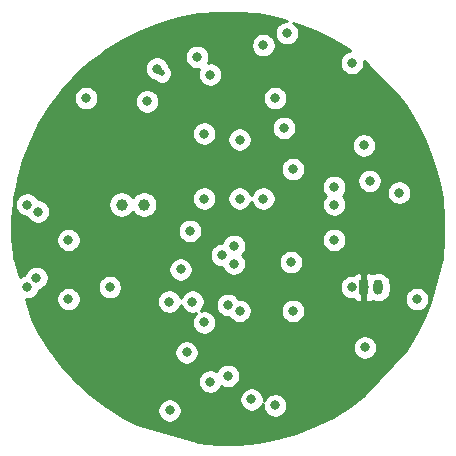
<source format=gbr>
G04 #@! TF.GenerationSoftware,KiCad,Pcbnew,5.1.4*
G04 #@! TF.CreationDate,2019-11-28T00:41:57+01:00*
G04 #@! TF.ProjectId,SICKWATCH1,5349434b-5741-4544-9348-312e6b696361,rev?*
G04 #@! TF.SameCoordinates,Original*
G04 #@! TF.FileFunction,Copper,L3,Inr*
G04 #@! TF.FilePolarity,Positive*
%FSLAX46Y46*%
G04 Gerber Fmt 4.6, Leading zero omitted, Abs format (unit mm)*
G04 Created by KiCad (PCBNEW 5.1.4) date 2019-11-28 00:41:57*
%MOMM*%
%LPD*%
G04 APERTURE LIST*
%ADD10O,0.800000X1.300000*%
%ADD11C,0.100000*%
%ADD12C,0.800000*%
%ADD13C,1.000000*%
%ADD14C,0.500000*%
%ADD15C,0.254000*%
G04 APERTURE END LIST*
D10*
X112750000Y-105000000D03*
D11*
G36*
X111719603Y-104350963D02*
G01*
X111739018Y-104353843D01*
X111758057Y-104358612D01*
X111776537Y-104365224D01*
X111794279Y-104373616D01*
X111811114Y-104383706D01*
X111826879Y-104395398D01*
X111841421Y-104408579D01*
X111854602Y-104423121D01*
X111866294Y-104438886D01*
X111876384Y-104455721D01*
X111884776Y-104473463D01*
X111891388Y-104491943D01*
X111896157Y-104510982D01*
X111899037Y-104530397D01*
X111900000Y-104550000D01*
X111900000Y-105450000D01*
X111899037Y-105469603D01*
X111896157Y-105489018D01*
X111891388Y-105508057D01*
X111884776Y-105526537D01*
X111876384Y-105544279D01*
X111866294Y-105561114D01*
X111854602Y-105576879D01*
X111841421Y-105591421D01*
X111826879Y-105604602D01*
X111811114Y-105616294D01*
X111794279Y-105626384D01*
X111776537Y-105634776D01*
X111758057Y-105641388D01*
X111739018Y-105646157D01*
X111719603Y-105649037D01*
X111700000Y-105650000D01*
X111300000Y-105650000D01*
X111280397Y-105649037D01*
X111260982Y-105646157D01*
X111241943Y-105641388D01*
X111223463Y-105634776D01*
X111205721Y-105626384D01*
X111188886Y-105616294D01*
X111173121Y-105604602D01*
X111158579Y-105591421D01*
X111145398Y-105576879D01*
X111133706Y-105561114D01*
X111123616Y-105544279D01*
X111115224Y-105526537D01*
X111108612Y-105508057D01*
X111103843Y-105489018D01*
X111100963Y-105469603D01*
X111100000Y-105450000D01*
X111100000Y-104550000D01*
X111100963Y-104530397D01*
X111103843Y-104510982D01*
X111108612Y-104491943D01*
X111115224Y-104473463D01*
X111123616Y-104455721D01*
X111133706Y-104438886D01*
X111145398Y-104423121D01*
X111158579Y-104408579D01*
X111173121Y-104395398D01*
X111188886Y-104383706D01*
X111205721Y-104373616D01*
X111223463Y-104365224D01*
X111241943Y-104358612D01*
X111260982Y-104353843D01*
X111280397Y-104350963D01*
X111300000Y-104350000D01*
X111700000Y-104350000D01*
X111719603Y-104350963D01*
X111719603Y-104350963D01*
G37*
D12*
X111500000Y-105000000D03*
D13*
X91000000Y-98000000D03*
X92900000Y-98000000D03*
D12*
X100500000Y-103000000D03*
X86500000Y-101000000D03*
X102000000Y-114500000D03*
X114500000Y-97000000D03*
X97399997Y-85500000D03*
X103000000Y-84500000D03*
X83925000Y-98600000D03*
X83787500Y-104212500D03*
X111512660Y-92987340D03*
X98500000Y-113000000D03*
X83000000Y-98000000D03*
X98500000Y-87000000D03*
X83000000Y-105000000D03*
X93157277Y-89259818D03*
X110500014Y-86000000D03*
X96000000Y-103500000D03*
X96512660Y-110512660D03*
X110500000Y-105000000D03*
X104000000Y-115000000D03*
X100000000Y-112500002D03*
X86500000Y-106000000D03*
X97987340Y-107987340D03*
X95027221Y-106225010D03*
X100500000Y-101500000D03*
X99500000Y-102274990D03*
X97000000Y-106225010D03*
X104000000Y-89000000D03*
X104750000Y-91500000D03*
X94000008Y-86500000D03*
X116000000Y-106000000D03*
X98000000Y-97500000D03*
X101000000Y-97500000D03*
X102999996Y-97500004D03*
X88000000Y-89000000D03*
X111600000Y-110100000D03*
X105500000Y-107000000D03*
X90000000Y-105000000D03*
X111999970Y-96000000D03*
X95073161Y-115426839D03*
X105000000Y-83500000D03*
X98000000Y-92000000D03*
X109032835Y-109077983D03*
X113262653Y-107262653D03*
X92000000Y-102000000D03*
X95000000Y-113775000D03*
X96500000Y-94000000D03*
X102000000Y-111500000D03*
X106000000Y-92500000D03*
X106000000Y-97500000D03*
X102500000Y-106000000D03*
X94749112Y-83250888D03*
X108911614Y-87043049D03*
X88000000Y-111000000D03*
X90500000Y-89000000D03*
X105500000Y-95000000D03*
X101000000Y-92500000D03*
X109000000Y-101000000D03*
X101000000Y-107000000D03*
X100000000Y-106499996D03*
X109000000Y-98000000D03*
X109000000Y-96500000D03*
X96785180Y-100228007D03*
X105332821Y-102874232D03*
D14*
X94400007Y-86899999D02*
X94000008Y-86500000D01*
D15*
G36*
X102523426Y-81910153D02*
G01*
X104181782Y-82220154D01*
X105042326Y-82465000D01*
X104898061Y-82465000D01*
X104698102Y-82504774D01*
X104509744Y-82582795D01*
X104340226Y-82696063D01*
X104196063Y-82840226D01*
X104082795Y-83009744D01*
X104004774Y-83198102D01*
X103965000Y-83398061D01*
X103965000Y-83601939D01*
X104004774Y-83801898D01*
X104082795Y-83990256D01*
X104196063Y-84159774D01*
X104340226Y-84303937D01*
X104509744Y-84417205D01*
X104698102Y-84495226D01*
X104898061Y-84535000D01*
X105101939Y-84535000D01*
X105301898Y-84495226D01*
X105490256Y-84417205D01*
X105659774Y-84303937D01*
X105803937Y-84159774D01*
X105917205Y-83990256D01*
X105995226Y-83801898D01*
X106035000Y-83601939D01*
X106035000Y-83398061D01*
X105995226Y-83198102D01*
X105917205Y-83009744D01*
X105803937Y-82840226D01*
X105659774Y-82696063D01*
X105515415Y-82599605D01*
X105804460Y-82681846D01*
X107377617Y-83291290D01*
X108887831Y-84043287D01*
X110322217Y-84931421D01*
X110373228Y-84969942D01*
X110198116Y-85004774D01*
X110009758Y-85082795D01*
X109840240Y-85196063D01*
X109696077Y-85340226D01*
X109582809Y-85509744D01*
X109504788Y-85698102D01*
X109465014Y-85898061D01*
X109465014Y-86101939D01*
X109504788Y-86301898D01*
X109582809Y-86490256D01*
X109696077Y-86659774D01*
X109840240Y-86803937D01*
X110009758Y-86917205D01*
X110198116Y-86995226D01*
X110398075Y-87035000D01*
X110601953Y-87035000D01*
X110801912Y-86995226D01*
X110990270Y-86917205D01*
X111159788Y-86803937D01*
X111303951Y-86659774D01*
X111417219Y-86490256D01*
X111495240Y-86301898D01*
X111535014Y-86101939D01*
X111535014Y-85898061D01*
X111523128Y-85838307D01*
X111619161Y-85910828D01*
X114450276Y-88859018D01*
X115068579Y-89677783D01*
X115956713Y-91112169D01*
X116708710Y-92622383D01*
X117318154Y-94195540D01*
X117779846Y-95818218D01*
X118089847Y-97476574D01*
X118245511Y-99156459D01*
X118245511Y-100843541D01*
X118089847Y-102523426D01*
X117912715Y-103470995D01*
X117152837Y-106231194D01*
X116708710Y-107377617D01*
X115956713Y-108887831D01*
X115068579Y-110322217D01*
X114921144Y-110517452D01*
X111424399Y-114236249D01*
X110322217Y-115068579D01*
X108887831Y-115956713D01*
X107377617Y-116708710D01*
X105804460Y-117318154D01*
X104181782Y-117779846D01*
X102523426Y-118089847D01*
X100843541Y-118245511D01*
X99156459Y-118245511D01*
X97476574Y-118089847D01*
X97315895Y-118059811D01*
X92342820Y-116569504D01*
X91112169Y-115956713D01*
X90091756Y-115324900D01*
X94038161Y-115324900D01*
X94038161Y-115528778D01*
X94077935Y-115728737D01*
X94155956Y-115917095D01*
X94269224Y-116086613D01*
X94413387Y-116230776D01*
X94582905Y-116344044D01*
X94771263Y-116422065D01*
X94971222Y-116461839D01*
X95175100Y-116461839D01*
X95375059Y-116422065D01*
X95563417Y-116344044D01*
X95732935Y-116230776D01*
X95877098Y-116086613D01*
X95990366Y-115917095D01*
X96068387Y-115728737D01*
X96108161Y-115528778D01*
X96108161Y-115324900D01*
X96068387Y-115124941D01*
X95990366Y-114936583D01*
X95877098Y-114767065D01*
X95732935Y-114622902D01*
X95563417Y-114509634D01*
X95375059Y-114431613D01*
X95206381Y-114398061D01*
X100965000Y-114398061D01*
X100965000Y-114601939D01*
X101004774Y-114801898D01*
X101082795Y-114990256D01*
X101196063Y-115159774D01*
X101340226Y-115303937D01*
X101509744Y-115417205D01*
X101698102Y-115495226D01*
X101898061Y-115535000D01*
X102101939Y-115535000D01*
X102301898Y-115495226D01*
X102490256Y-115417205D01*
X102659774Y-115303937D01*
X102803937Y-115159774D01*
X102917205Y-114990256D01*
X102973875Y-114853444D01*
X102965000Y-114898061D01*
X102965000Y-115101939D01*
X103004774Y-115301898D01*
X103082795Y-115490256D01*
X103196063Y-115659774D01*
X103340226Y-115803937D01*
X103509744Y-115917205D01*
X103698102Y-115995226D01*
X103898061Y-116035000D01*
X104101939Y-116035000D01*
X104301898Y-115995226D01*
X104490256Y-115917205D01*
X104659774Y-115803937D01*
X104803937Y-115659774D01*
X104917205Y-115490256D01*
X104995226Y-115301898D01*
X105035000Y-115101939D01*
X105035000Y-114898061D01*
X104995226Y-114698102D01*
X104917205Y-114509744D01*
X104803937Y-114340226D01*
X104659774Y-114196063D01*
X104490256Y-114082795D01*
X104301898Y-114004774D01*
X104101939Y-113965000D01*
X103898061Y-113965000D01*
X103698102Y-114004774D01*
X103509744Y-114082795D01*
X103340226Y-114196063D01*
X103196063Y-114340226D01*
X103082795Y-114509744D01*
X103026125Y-114646556D01*
X103035000Y-114601939D01*
X103035000Y-114398061D01*
X102995226Y-114198102D01*
X102917205Y-114009744D01*
X102803937Y-113840226D01*
X102659774Y-113696063D01*
X102490256Y-113582795D01*
X102301898Y-113504774D01*
X102101939Y-113465000D01*
X101898061Y-113465000D01*
X101698102Y-113504774D01*
X101509744Y-113582795D01*
X101340226Y-113696063D01*
X101196063Y-113840226D01*
X101082795Y-114009744D01*
X101004774Y-114198102D01*
X100965000Y-114398061D01*
X95206381Y-114398061D01*
X95175100Y-114391839D01*
X94971222Y-114391839D01*
X94771263Y-114431613D01*
X94582905Y-114509634D01*
X94413387Y-114622902D01*
X94269224Y-114767065D01*
X94155956Y-114936583D01*
X94077935Y-115124941D01*
X94038161Y-115324900D01*
X90091756Y-115324900D01*
X89677783Y-115068579D01*
X88331463Y-114051885D01*
X87200288Y-113020682D01*
X87077667Y-112898061D01*
X97465000Y-112898061D01*
X97465000Y-113101939D01*
X97504774Y-113301898D01*
X97582795Y-113490256D01*
X97696063Y-113659774D01*
X97840226Y-113803937D01*
X98009744Y-113917205D01*
X98198102Y-113995226D01*
X98398061Y-114035000D01*
X98601939Y-114035000D01*
X98801898Y-113995226D01*
X98990256Y-113917205D01*
X99159774Y-113803937D01*
X99303937Y-113659774D01*
X99417205Y-113490256D01*
X99460964Y-113384613D01*
X99509744Y-113417207D01*
X99698102Y-113495228D01*
X99898061Y-113535002D01*
X100101939Y-113535002D01*
X100301898Y-113495228D01*
X100490256Y-113417207D01*
X100659774Y-113303939D01*
X100803937Y-113159776D01*
X100917205Y-112990258D01*
X100995226Y-112801900D01*
X101035000Y-112601941D01*
X101035000Y-112398063D01*
X100995226Y-112198104D01*
X100917205Y-112009746D01*
X100803937Y-111840228D01*
X100659774Y-111696065D01*
X100490256Y-111582797D01*
X100301898Y-111504776D01*
X100101939Y-111465002D01*
X99898061Y-111465002D01*
X99698102Y-111504776D01*
X99509744Y-111582797D01*
X99340226Y-111696065D01*
X99196063Y-111840228D01*
X99082795Y-112009746D01*
X99039036Y-112115389D01*
X98990256Y-112082795D01*
X98801898Y-112004774D01*
X98601939Y-111965000D01*
X98398061Y-111965000D01*
X98198102Y-112004774D01*
X98009744Y-112082795D01*
X97840226Y-112196063D01*
X97696063Y-112340226D01*
X97582795Y-112509744D01*
X97504774Y-112698102D01*
X97465000Y-112898061D01*
X87077667Y-112898061D01*
X86979318Y-112799712D01*
X85948115Y-111668537D01*
X84998257Y-110410721D01*
X95477660Y-110410721D01*
X95477660Y-110614599D01*
X95517434Y-110814558D01*
X95595455Y-111002916D01*
X95708723Y-111172434D01*
X95852886Y-111316597D01*
X96022404Y-111429865D01*
X96210762Y-111507886D01*
X96410721Y-111547660D01*
X96614599Y-111547660D01*
X96814558Y-111507886D01*
X97002916Y-111429865D01*
X97172434Y-111316597D01*
X97316597Y-111172434D01*
X97429865Y-111002916D01*
X97507886Y-110814558D01*
X97547660Y-110614599D01*
X97547660Y-110410721D01*
X97507886Y-110210762D01*
X97429865Y-110022404D01*
X97413600Y-109998061D01*
X110565000Y-109998061D01*
X110565000Y-110201939D01*
X110604774Y-110401898D01*
X110682795Y-110590256D01*
X110796063Y-110759774D01*
X110940226Y-110903937D01*
X111109744Y-111017205D01*
X111298102Y-111095226D01*
X111498061Y-111135000D01*
X111701939Y-111135000D01*
X111901898Y-111095226D01*
X112090256Y-111017205D01*
X112259774Y-110903937D01*
X112403937Y-110759774D01*
X112517205Y-110590256D01*
X112595226Y-110401898D01*
X112635000Y-110201939D01*
X112635000Y-109998061D01*
X112595226Y-109798102D01*
X112517205Y-109609744D01*
X112403937Y-109440226D01*
X112259774Y-109296063D01*
X112090256Y-109182795D01*
X111901898Y-109104774D01*
X111701939Y-109065000D01*
X111498061Y-109065000D01*
X111298102Y-109104774D01*
X111109744Y-109182795D01*
X110940226Y-109296063D01*
X110796063Y-109440226D01*
X110682795Y-109609744D01*
X110604774Y-109798102D01*
X110565000Y-109998061D01*
X97413600Y-109998061D01*
X97316597Y-109852886D01*
X97172434Y-109708723D01*
X97002916Y-109595455D01*
X96814558Y-109517434D01*
X96614599Y-109477660D01*
X96410721Y-109477660D01*
X96210762Y-109517434D01*
X96022404Y-109595455D01*
X95852886Y-109708723D01*
X95708723Y-109852886D01*
X95595455Y-110022404D01*
X95517434Y-110210762D01*
X95477660Y-110410721D01*
X84998257Y-110410721D01*
X84931421Y-110322217D01*
X84043287Y-108887831D01*
X83428609Y-107653391D01*
X82943092Y-106035000D01*
X83101939Y-106035000D01*
X83301898Y-105995226D01*
X83490256Y-105917205D01*
X83518907Y-105898061D01*
X85465000Y-105898061D01*
X85465000Y-106101939D01*
X85504774Y-106301898D01*
X85582795Y-106490256D01*
X85696063Y-106659774D01*
X85840226Y-106803937D01*
X86009744Y-106917205D01*
X86198102Y-106995226D01*
X86398061Y-107035000D01*
X86601939Y-107035000D01*
X86801898Y-106995226D01*
X86990256Y-106917205D01*
X87159774Y-106803937D01*
X87303937Y-106659774D01*
X87417205Y-106490256D01*
X87495226Y-106301898D01*
X87530796Y-106123071D01*
X93992221Y-106123071D01*
X93992221Y-106326949D01*
X94031995Y-106526908D01*
X94110016Y-106715266D01*
X94223284Y-106884784D01*
X94367447Y-107028947D01*
X94536965Y-107142215D01*
X94725323Y-107220236D01*
X94925282Y-107260010D01*
X95129160Y-107260010D01*
X95329119Y-107220236D01*
X95517477Y-107142215D01*
X95686995Y-107028947D01*
X95831158Y-106884784D01*
X95944426Y-106715266D01*
X96013611Y-106548241D01*
X96082795Y-106715266D01*
X96196063Y-106884784D01*
X96340226Y-107028947D01*
X96509744Y-107142215D01*
X96698102Y-107220236D01*
X96898061Y-107260010D01*
X97101939Y-107260010D01*
X97287961Y-107223008D01*
X97183403Y-107327566D01*
X97070135Y-107497084D01*
X96992114Y-107685442D01*
X96952340Y-107885401D01*
X96952340Y-108089279D01*
X96992114Y-108289238D01*
X97070135Y-108477596D01*
X97183403Y-108647114D01*
X97327566Y-108791277D01*
X97497084Y-108904545D01*
X97685442Y-108982566D01*
X97885401Y-109022340D01*
X98089279Y-109022340D01*
X98289238Y-108982566D01*
X98477596Y-108904545D01*
X98647114Y-108791277D01*
X98791277Y-108647114D01*
X98904545Y-108477596D01*
X98982566Y-108289238D01*
X99022340Y-108089279D01*
X99022340Y-107885401D01*
X98982566Y-107685442D01*
X98904545Y-107497084D01*
X98791277Y-107327566D01*
X98647114Y-107183403D01*
X98477596Y-107070135D01*
X98289238Y-106992114D01*
X98089279Y-106952340D01*
X97885401Y-106952340D01*
X97699379Y-106989342D01*
X97803937Y-106884784D01*
X97917205Y-106715266D01*
X97995226Y-106526908D01*
X98020855Y-106398057D01*
X98965000Y-106398057D01*
X98965000Y-106601935D01*
X99004774Y-106801894D01*
X99082795Y-106990252D01*
X99196063Y-107159770D01*
X99340226Y-107303933D01*
X99509744Y-107417201D01*
X99698102Y-107495222D01*
X99898061Y-107534996D01*
X100101939Y-107534996D01*
X100111428Y-107533109D01*
X100196063Y-107659774D01*
X100340226Y-107803937D01*
X100509744Y-107917205D01*
X100698102Y-107995226D01*
X100898061Y-108035000D01*
X101101939Y-108035000D01*
X101301898Y-107995226D01*
X101490256Y-107917205D01*
X101659774Y-107803937D01*
X101803937Y-107659774D01*
X101917205Y-107490256D01*
X101995226Y-107301898D01*
X102035000Y-107101939D01*
X102035000Y-106898061D01*
X104465000Y-106898061D01*
X104465000Y-107101939D01*
X104504774Y-107301898D01*
X104582795Y-107490256D01*
X104696063Y-107659774D01*
X104840226Y-107803937D01*
X105009744Y-107917205D01*
X105198102Y-107995226D01*
X105398061Y-108035000D01*
X105601939Y-108035000D01*
X105801898Y-107995226D01*
X105990256Y-107917205D01*
X106159774Y-107803937D01*
X106303937Y-107659774D01*
X106417205Y-107490256D01*
X106495226Y-107301898D01*
X106535000Y-107101939D01*
X106535000Y-106898061D01*
X106495226Y-106698102D01*
X106417205Y-106509744D01*
X106303937Y-106340226D01*
X106159774Y-106196063D01*
X105990256Y-106082795D01*
X105801898Y-106004774D01*
X105601939Y-105965000D01*
X105398061Y-105965000D01*
X105198102Y-106004774D01*
X105009744Y-106082795D01*
X104840226Y-106196063D01*
X104696063Y-106340226D01*
X104582795Y-106509744D01*
X104504774Y-106698102D01*
X104465000Y-106898061D01*
X102035000Y-106898061D01*
X101995226Y-106698102D01*
X101917205Y-106509744D01*
X101803937Y-106340226D01*
X101659774Y-106196063D01*
X101490256Y-106082795D01*
X101301898Y-106004774D01*
X101101939Y-105965000D01*
X100898061Y-105965000D01*
X100888572Y-105966887D01*
X100803937Y-105840222D01*
X100659774Y-105696059D01*
X100490256Y-105582791D01*
X100301898Y-105504770D01*
X100101939Y-105464996D01*
X99898061Y-105464996D01*
X99698102Y-105504770D01*
X99509744Y-105582791D01*
X99340226Y-105696059D01*
X99196063Y-105840222D01*
X99082795Y-106009740D01*
X99004774Y-106198098D01*
X98965000Y-106398057D01*
X98020855Y-106398057D01*
X98035000Y-106326949D01*
X98035000Y-106123071D01*
X97995226Y-105923112D01*
X97917205Y-105734754D01*
X97803937Y-105565236D01*
X97659774Y-105421073D01*
X97490256Y-105307805D01*
X97301898Y-105229784D01*
X97101939Y-105190010D01*
X96898061Y-105190010D01*
X96698102Y-105229784D01*
X96509744Y-105307805D01*
X96340226Y-105421073D01*
X96196063Y-105565236D01*
X96082795Y-105734754D01*
X96013611Y-105901779D01*
X95944426Y-105734754D01*
X95831158Y-105565236D01*
X95686995Y-105421073D01*
X95517477Y-105307805D01*
X95329119Y-105229784D01*
X95129160Y-105190010D01*
X94925282Y-105190010D01*
X94725323Y-105229784D01*
X94536965Y-105307805D01*
X94367447Y-105421073D01*
X94223284Y-105565236D01*
X94110016Y-105734754D01*
X94031995Y-105923112D01*
X93992221Y-106123071D01*
X87530796Y-106123071D01*
X87535000Y-106101939D01*
X87535000Y-105898061D01*
X87495226Y-105698102D01*
X87417205Y-105509744D01*
X87303937Y-105340226D01*
X87159774Y-105196063D01*
X86990256Y-105082795D01*
X86801898Y-105004774D01*
X86601939Y-104965000D01*
X86398061Y-104965000D01*
X86198102Y-105004774D01*
X86009744Y-105082795D01*
X85840226Y-105196063D01*
X85696063Y-105340226D01*
X85582795Y-105509744D01*
X85504774Y-105698102D01*
X85465000Y-105898061D01*
X83518907Y-105898061D01*
X83659774Y-105803937D01*
X83803937Y-105659774D01*
X83917205Y-105490256D01*
X83995226Y-105301898D01*
X84010850Y-105223350D01*
X84089398Y-105207726D01*
X84277756Y-105129705D01*
X84447274Y-105016437D01*
X84565650Y-104898061D01*
X88965000Y-104898061D01*
X88965000Y-105101939D01*
X89004774Y-105301898D01*
X89082795Y-105490256D01*
X89196063Y-105659774D01*
X89340226Y-105803937D01*
X89509744Y-105917205D01*
X89698102Y-105995226D01*
X89898061Y-106035000D01*
X90101939Y-106035000D01*
X90301898Y-105995226D01*
X90490256Y-105917205D01*
X90659774Y-105803937D01*
X90803937Y-105659774D01*
X90917205Y-105490256D01*
X90995226Y-105301898D01*
X91035000Y-105101939D01*
X91035000Y-104898061D01*
X109465000Y-104898061D01*
X109465000Y-105101939D01*
X109504774Y-105301898D01*
X109582795Y-105490256D01*
X109696063Y-105659774D01*
X109840226Y-105803937D01*
X110009744Y-105917205D01*
X110198102Y-105995226D01*
X110398061Y-106035000D01*
X110594499Y-106035000D01*
X110648815Y-106101185D01*
X110745506Y-106180537D01*
X110855820Y-106239502D01*
X110975518Y-106275812D01*
X111100000Y-106288072D01*
X111214250Y-106285000D01*
X111373000Y-106126250D01*
X111373000Y-105556414D01*
X111417205Y-105490256D01*
X111495226Y-105301898D01*
X111535000Y-105101939D01*
X111535000Y-104898061D01*
X111495226Y-104698102D01*
X111417205Y-104509744D01*
X111373000Y-104443586D01*
X111373000Y-103873750D01*
X111627000Y-103873750D01*
X111627000Y-104873000D01*
X111647000Y-104873000D01*
X111647000Y-105127000D01*
X111627000Y-105127000D01*
X111627000Y-106126250D01*
X111785750Y-106285000D01*
X111900000Y-106288072D01*
X112024482Y-106275812D01*
X112144180Y-106239502D01*
X112254494Y-106180537D01*
X112270594Y-106167324D01*
X112352008Y-106210841D01*
X112547106Y-106270024D01*
X112750000Y-106290007D01*
X112952895Y-106270024D01*
X113147993Y-106210841D01*
X113327797Y-106114734D01*
X113485396Y-105985396D01*
X113557069Y-105898061D01*
X114965000Y-105898061D01*
X114965000Y-106101939D01*
X115004774Y-106301898D01*
X115082795Y-106490256D01*
X115196063Y-106659774D01*
X115340226Y-106803937D01*
X115509744Y-106917205D01*
X115698102Y-106995226D01*
X115898061Y-107035000D01*
X116101939Y-107035000D01*
X116301898Y-106995226D01*
X116490256Y-106917205D01*
X116659774Y-106803937D01*
X116803937Y-106659774D01*
X116917205Y-106490256D01*
X116995226Y-106301898D01*
X117035000Y-106101939D01*
X117035000Y-105898061D01*
X116995226Y-105698102D01*
X116917205Y-105509744D01*
X116803937Y-105340226D01*
X116659774Y-105196063D01*
X116490256Y-105082795D01*
X116301898Y-105004774D01*
X116101939Y-104965000D01*
X115898061Y-104965000D01*
X115698102Y-105004774D01*
X115509744Y-105082795D01*
X115340226Y-105196063D01*
X115196063Y-105340226D01*
X115082795Y-105509744D01*
X115004774Y-105698102D01*
X114965000Y-105898061D01*
X113557069Y-105898061D01*
X113614734Y-105827797D01*
X113710841Y-105647992D01*
X113770024Y-105452894D01*
X113785000Y-105300837D01*
X113785000Y-104699162D01*
X113770024Y-104547105D01*
X113710841Y-104352007D01*
X113614734Y-104172203D01*
X113485396Y-104014604D01*
X113327797Y-103885266D01*
X113147992Y-103789159D01*
X112952894Y-103729976D01*
X112750000Y-103709993D01*
X112547105Y-103729976D01*
X112352007Y-103789159D01*
X112270593Y-103832675D01*
X112254494Y-103819463D01*
X112144180Y-103760498D01*
X112024482Y-103724188D01*
X111900000Y-103711928D01*
X111785750Y-103715000D01*
X111627000Y-103873750D01*
X111373000Y-103873750D01*
X111214250Y-103715000D01*
X111100000Y-103711928D01*
X110975518Y-103724188D01*
X110855820Y-103760498D01*
X110745506Y-103819463D01*
X110648815Y-103898815D01*
X110594499Y-103965000D01*
X110398061Y-103965000D01*
X110198102Y-104004774D01*
X110009744Y-104082795D01*
X109840226Y-104196063D01*
X109696063Y-104340226D01*
X109582795Y-104509744D01*
X109504774Y-104698102D01*
X109465000Y-104898061D01*
X91035000Y-104898061D01*
X90995226Y-104698102D01*
X90917205Y-104509744D01*
X90803937Y-104340226D01*
X90659774Y-104196063D01*
X90490256Y-104082795D01*
X90301898Y-104004774D01*
X90101939Y-103965000D01*
X89898061Y-103965000D01*
X89698102Y-104004774D01*
X89509744Y-104082795D01*
X89340226Y-104196063D01*
X89196063Y-104340226D01*
X89082795Y-104509744D01*
X89004774Y-104698102D01*
X88965000Y-104898061D01*
X84565650Y-104898061D01*
X84591437Y-104872274D01*
X84704705Y-104702756D01*
X84782726Y-104514398D01*
X84822500Y-104314439D01*
X84822500Y-104110561D01*
X84782726Y-103910602D01*
X84704705Y-103722244D01*
X84591437Y-103552726D01*
X84447274Y-103408563D01*
X84431557Y-103398061D01*
X94965000Y-103398061D01*
X94965000Y-103601939D01*
X95004774Y-103801898D01*
X95082795Y-103990256D01*
X95196063Y-104159774D01*
X95340226Y-104303937D01*
X95509744Y-104417205D01*
X95698102Y-104495226D01*
X95898061Y-104535000D01*
X96101939Y-104535000D01*
X96301898Y-104495226D01*
X96490256Y-104417205D01*
X96659774Y-104303937D01*
X96803937Y-104159774D01*
X96917205Y-103990256D01*
X96995226Y-103801898D01*
X97035000Y-103601939D01*
X97035000Y-103398061D01*
X96995226Y-103198102D01*
X96917205Y-103009744D01*
X96803937Y-102840226D01*
X96659774Y-102696063D01*
X96490256Y-102582795D01*
X96301898Y-102504774D01*
X96101939Y-102465000D01*
X95898061Y-102465000D01*
X95698102Y-102504774D01*
X95509744Y-102582795D01*
X95340226Y-102696063D01*
X95196063Y-102840226D01*
X95082795Y-103009744D01*
X95004774Y-103198102D01*
X94965000Y-103398061D01*
X84431557Y-103398061D01*
X84277756Y-103295295D01*
X84089398Y-103217274D01*
X83889439Y-103177500D01*
X83685561Y-103177500D01*
X83485602Y-103217274D01*
X83297244Y-103295295D01*
X83127726Y-103408563D01*
X82983563Y-103552726D01*
X82870295Y-103722244D01*
X82792274Y-103910602D01*
X82776650Y-103989150D01*
X82698102Y-104004774D01*
X82509744Y-104082795D01*
X82382864Y-104167573D01*
X81944101Y-102705031D01*
X81910153Y-102523426D01*
X81877687Y-102173051D01*
X98465000Y-102173051D01*
X98465000Y-102376929D01*
X98504774Y-102576888D01*
X98582795Y-102765246D01*
X98696063Y-102934764D01*
X98840226Y-103078927D01*
X99009744Y-103192195D01*
X99198102Y-103270216D01*
X99398061Y-103309990D01*
X99508126Y-103309990D01*
X99582795Y-103490256D01*
X99696063Y-103659774D01*
X99840226Y-103803937D01*
X100009744Y-103917205D01*
X100198102Y-103995226D01*
X100398061Y-104035000D01*
X100601939Y-104035000D01*
X100801898Y-103995226D01*
X100990256Y-103917205D01*
X101159774Y-103803937D01*
X101303937Y-103659774D01*
X101417205Y-103490256D01*
X101495226Y-103301898D01*
X101535000Y-103101939D01*
X101535000Y-102898061D01*
X101509984Y-102772293D01*
X104297821Y-102772293D01*
X104297821Y-102976171D01*
X104337595Y-103176130D01*
X104415616Y-103364488D01*
X104528884Y-103534006D01*
X104673047Y-103678169D01*
X104842565Y-103791437D01*
X105030923Y-103869458D01*
X105230882Y-103909232D01*
X105434760Y-103909232D01*
X105634719Y-103869458D01*
X105823077Y-103791437D01*
X105992595Y-103678169D01*
X106136758Y-103534006D01*
X106250026Y-103364488D01*
X106328047Y-103176130D01*
X106367821Y-102976171D01*
X106367821Y-102772293D01*
X106328047Y-102572334D01*
X106250026Y-102383976D01*
X106136758Y-102214458D01*
X105992595Y-102070295D01*
X105823077Y-101957027D01*
X105634719Y-101879006D01*
X105434760Y-101839232D01*
X105230882Y-101839232D01*
X105030923Y-101879006D01*
X104842565Y-101957027D01*
X104673047Y-102070295D01*
X104528884Y-102214458D01*
X104415616Y-102383976D01*
X104337595Y-102572334D01*
X104297821Y-102772293D01*
X101509984Y-102772293D01*
X101495226Y-102698102D01*
X101417205Y-102509744D01*
X101303937Y-102340226D01*
X101213711Y-102250000D01*
X101303937Y-102159774D01*
X101417205Y-101990256D01*
X101495226Y-101801898D01*
X101535000Y-101601939D01*
X101535000Y-101398061D01*
X101495226Y-101198102D01*
X101417205Y-101009744D01*
X101342582Y-100898061D01*
X107965000Y-100898061D01*
X107965000Y-101101939D01*
X108004774Y-101301898D01*
X108082795Y-101490256D01*
X108196063Y-101659774D01*
X108340226Y-101803937D01*
X108509744Y-101917205D01*
X108698102Y-101995226D01*
X108898061Y-102035000D01*
X109101939Y-102035000D01*
X109301898Y-101995226D01*
X109490256Y-101917205D01*
X109659774Y-101803937D01*
X109803937Y-101659774D01*
X109917205Y-101490256D01*
X109995226Y-101301898D01*
X110035000Y-101101939D01*
X110035000Y-100898061D01*
X109995226Y-100698102D01*
X109917205Y-100509744D01*
X109803937Y-100340226D01*
X109659774Y-100196063D01*
X109490256Y-100082795D01*
X109301898Y-100004774D01*
X109101939Y-99965000D01*
X108898061Y-99965000D01*
X108698102Y-100004774D01*
X108509744Y-100082795D01*
X108340226Y-100196063D01*
X108196063Y-100340226D01*
X108082795Y-100509744D01*
X108004774Y-100698102D01*
X107965000Y-100898061D01*
X101342582Y-100898061D01*
X101303937Y-100840226D01*
X101159774Y-100696063D01*
X100990256Y-100582795D01*
X100801898Y-100504774D01*
X100601939Y-100465000D01*
X100398061Y-100465000D01*
X100198102Y-100504774D01*
X100009744Y-100582795D01*
X99840226Y-100696063D01*
X99696063Y-100840226D01*
X99582795Y-101009744D01*
X99504774Y-101198102D01*
X99496442Y-101239990D01*
X99398061Y-101239990D01*
X99198102Y-101279764D01*
X99009744Y-101357785D01*
X98840226Y-101471053D01*
X98696063Y-101615216D01*
X98582795Y-101784734D01*
X98504774Y-101973092D01*
X98465000Y-102173051D01*
X81877687Y-102173051D01*
X81759542Y-100898061D01*
X85465000Y-100898061D01*
X85465000Y-101101939D01*
X85504774Y-101301898D01*
X85582795Y-101490256D01*
X85696063Y-101659774D01*
X85840226Y-101803937D01*
X86009744Y-101917205D01*
X86198102Y-101995226D01*
X86398061Y-102035000D01*
X86601939Y-102035000D01*
X86801898Y-101995226D01*
X86990256Y-101917205D01*
X87159774Y-101803937D01*
X87303937Y-101659774D01*
X87417205Y-101490256D01*
X87495226Y-101301898D01*
X87535000Y-101101939D01*
X87535000Y-100898061D01*
X87495226Y-100698102D01*
X87417205Y-100509744D01*
X87303937Y-100340226D01*
X87159774Y-100196063D01*
X87055019Y-100126068D01*
X95750180Y-100126068D01*
X95750180Y-100329946D01*
X95789954Y-100529905D01*
X95867975Y-100718263D01*
X95981243Y-100887781D01*
X96125406Y-101031944D01*
X96294924Y-101145212D01*
X96483282Y-101223233D01*
X96683241Y-101263007D01*
X96887119Y-101263007D01*
X97087078Y-101223233D01*
X97275436Y-101145212D01*
X97444954Y-101031944D01*
X97589117Y-100887781D01*
X97702385Y-100718263D01*
X97780406Y-100529905D01*
X97820180Y-100329946D01*
X97820180Y-100126068D01*
X97780406Y-99926109D01*
X97702385Y-99737751D01*
X97589117Y-99568233D01*
X97444954Y-99424070D01*
X97275436Y-99310802D01*
X97087078Y-99232781D01*
X96887119Y-99193007D01*
X96683241Y-99193007D01*
X96483282Y-99232781D01*
X96294924Y-99310802D01*
X96125406Y-99424070D01*
X95981243Y-99568233D01*
X95867975Y-99737751D01*
X95789954Y-99926109D01*
X95750180Y-100126068D01*
X87055019Y-100126068D01*
X86990256Y-100082795D01*
X86801898Y-100004774D01*
X86601939Y-99965000D01*
X86398061Y-99965000D01*
X86198102Y-100004774D01*
X86009744Y-100082795D01*
X85840226Y-100196063D01*
X85696063Y-100340226D01*
X85582795Y-100509744D01*
X85504774Y-100698102D01*
X85465000Y-100898061D01*
X81759542Y-100898061D01*
X81754489Y-100843541D01*
X81754489Y-99156459D01*
X81871096Y-97898061D01*
X81965000Y-97898061D01*
X81965000Y-98101939D01*
X82004774Y-98301898D01*
X82082795Y-98490256D01*
X82196063Y-98659774D01*
X82340226Y-98803937D01*
X82509744Y-98917205D01*
X82698102Y-98995226D01*
X82898061Y-99035000D01*
X82984907Y-99035000D01*
X83007795Y-99090256D01*
X83121063Y-99259774D01*
X83265226Y-99403937D01*
X83434744Y-99517205D01*
X83623102Y-99595226D01*
X83823061Y-99635000D01*
X84026939Y-99635000D01*
X84226898Y-99595226D01*
X84415256Y-99517205D01*
X84584774Y-99403937D01*
X84728937Y-99259774D01*
X84842205Y-99090256D01*
X84920226Y-98901898D01*
X84960000Y-98701939D01*
X84960000Y-98498061D01*
X84920226Y-98298102D01*
X84842205Y-98109744D01*
X84728937Y-97940226D01*
X84676923Y-97888212D01*
X89865000Y-97888212D01*
X89865000Y-98111788D01*
X89908617Y-98331067D01*
X89994176Y-98537624D01*
X90118388Y-98723520D01*
X90276480Y-98881612D01*
X90462376Y-99005824D01*
X90668933Y-99091383D01*
X90888212Y-99135000D01*
X91111788Y-99135000D01*
X91331067Y-99091383D01*
X91537624Y-99005824D01*
X91723520Y-98881612D01*
X91881612Y-98723520D01*
X91950000Y-98621170D01*
X92018388Y-98723520D01*
X92176480Y-98881612D01*
X92362376Y-99005824D01*
X92568933Y-99091383D01*
X92788212Y-99135000D01*
X93011788Y-99135000D01*
X93231067Y-99091383D01*
X93437624Y-99005824D01*
X93623520Y-98881612D01*
X93781612Y-98723520D01*
X93905824Y-98537624D01*
X93991383Y-98331067D01*
X94035000Y-98111788D01*
X94035000Y-97888212D01*
X93991383Y-97668933D01*
X93905824Y-97462376D01*
X93862850Y-97398061D01*
X96965000Y-97398061D01*
X96965000Y-97601939D01*
X97004774Y-97801898D01*
X97082795Y-97990256D01*
X97196063Y-98159774D01*
X97340226Y-98303937D01*
X97509744Y-98417205D01*
X97698102Y-98495226D01*
X97898061Y-98535000D01*
X98101939Y-98535000D01*
X98301898Y-98495226D01*
X98490256Y-98417205D01*
X98659774Y-98303937D01*
X98803937Y-98159774D01*
X98917205Y-97990256D01*
X98995226Y-97801898D01*
X99035000Y-97601939D01*
X99035000Y-97398061D01*
X99965000Y-97398061D01*
X99965000Y-97601939D01*
X100004774Y-97801898D01*
X100082795Y-97990256D01*
X100196063Y-98159774D01*
X100340226Y-98303937D01*
X100509744Y-98417205D01*
X100698102Y-98495226D01*
X100898061Y-98535000D01*
X101101939Y-98535000D01*
X101301898Y-98495226D01*
X101490256Y-98417205D01*
X101659774Y-98303937D01*
X101803937Y-98159774D01*
X101917205Y-97990256D01*
X101995226Y-97801898D01*
X101999998Y-97777909D01*
X102004770Y-97801902D01*
X102082791Y-97990260D01*
X102196059Y-98159778D01*
X102340222Y-98303941D01*
X102509740Y-98417209D01*
X102698098Y-98495230D01*
X102898057Y-98535004D01*
X103101935Y-98535004D01*
X103301894Y-98495230D01*
X103490252Y-98417209D01*
X103659770Y-98303941D01*
X103803933Y-98159778D01*
X103917201Y-97990260D01*
X103995222Y-97801902D01*
X104034996Y-97601943D01*
X104034996Y-97398065D01*
X103995222Y-97198106D01*
X103917201Y-97009748D01*
X103803933Y-96840230D01*
X103659770Y-96696067D01*
X103490252Y-96582799D01*
X103301894Y-96504778D01*
X103101935Y-96465004D01*
X102898057Y-96465004D01*
X102698098Y-96504778D01*
X102509740Y-96582799D01*
X102340222Y-96696067D01*
X102196059Y-96840230D01*
X102082791Y-97009748D01*
X102004770Y-97198106D01*
X101999998Y-97222095D01*
X101995226Y-97198102D01*
X101917205Y-97009744D01*
X101803937Y-96840226D01*
X101659774Y-96696063D01*
X101490256Y-96582795D01*
X101301898Y-96504774D01*
X101101939Y-96465000D01*
X100898061Y-96465000D01*
X100698102Y-96504774D01*
X100509744Y-96582795D01*
X100340226Y-96696063D01*
X100196063Y-96840226D01*
X100082795Y-97009744D01*
X100004774Y-97198102D01*
X99965000Y-97398061D01*
X99035000Y-97398061D01*
X98995226Y-97198102D01*
X98917205Y-97009744D01*
X98803937Y-96840226D01*
X98659774Y-96696063D01*
X98490256Y-96582795D01*
X98301898Y-96504774D01*
X98101939Y-96465000D01*
X97898061Y-96465000D01*
X97698102Y-96504774D01*
X97509744Y-96582795D01*
X97340226Y-96696063D01*
X97196063Y-96840226D01*
X97082795Y-97009744D01*
X97004774Y-97198102D01*
X96965000Y-97398061D01*
X93862850Y-97398061D01*
X93781612Y-97276480D01*
X93623520Y-97118388D01*
X93437624Y-96994176D01*
X93231067Y-96908617D01*
X93011788Y-96865000D01*
X92788212Y-96865000D01*
X92568933Y-96908617D01*
X92362376Y-96994176D01*
X92176480Y-97118388D01*
X92018388Y-97276480D01*
X91950000Y-97378830D01*
X91881612Y-97276480D01*
X91723520Y-97118388D01*
X91537624Y-96994176D01*
X91331067Y-96908617D01*
X91111788Y-96865000D01*
X90888212Y-96865000D01*
X90668933Y-96908617D01*
X90462376Y-96994176D01*
X90276480Y-97118388D01*
X90118388Y-97276480D01*
X89994176Y-97462376D01*
X89908617Y-97668933D01*
X89865000Y-97888212D01*
X84676923Y-97888212D01*
X84584774Y-97796063D01*
X84415256Y-97682795D01*
X84226898Y-97604774D01*
X84026939Y-97565000D01*
X83940093Y-97565000D01*
X83917205Y-97509744D01*
X83803937Y-97340226D01*
X83659774Y-97196063D01*
X83490256Y-97082795D01*
X83301898Y-97004774D01*
X83101939Y-96965000D01*
X82898061Y-96965000D01*
X82698102Y-97004774D01*
X82509744Y-97082795D01*
X82340226Y-97196063D01*
X82196063Y-97340226D01*
X82082795Y-97509744D01*
X82004774Y-97698102D01*
X81965000Y-97898061D01*
X81871096Y-97898061D01*
X81910153Y-97476574D01*
X82111762Y-96398061D01*
X107965000Y-96398061D01*
X107965000Y-96601939D01*
X108004774Y-96801898D01*
X108082795Y-96990256D01*
X108196063Y-97159774D01*
X108286289Y-97250000D01*
X108196063Y-97340226D01*
X108082795Y-97509744D01*
X108004774Y-97698102D01*
X107965000Y-97898061D01*
X107965000Y-98101939D01*
X108004774Y-98301898D01*
X108082795Y-98490256D01*
X108196063Y-98659774D01*
X108340226Y-98803937D01*
X108509744Y-98917205D01*
X108698102Y-98995226D01*
X108898061Y-99035000D01*
X109101939Y-99035000D01*
X109301898Y-98995226D01*
X109490256Y-98917205D01*
X109659774Y-98803937D01*
X109803937Y-98659774D01*
X109917205Y-98490256D01*
X109995226Y-98301898D01*
X110035000Y-98101939D01*
X110035000Y-97898061D01*
X109995226Y-97698102D01*
X109917205Y-97509744D01*
X109803937Y-97340226D01*
X109713711Y-97250000D01*
X109803937Y-97159774D01*
X109917205Y-96990256D01*
X109995226Y-96801898D01*
X110035000Y-96601939D01*
X110035000Y-96398061D01*
X109995226Y-96198102D01*
X109917205Y-96009744D01*
X109842582Y-95898061D01*
X110964970Y-95898061D01*
X110964970Y-96101939D01*
X111004744Y-96301898D01*
X111082765Y-96490256D01*
X111196033Y-96659774D01*
X111340196Y-96803937D01*
X111509714Y-96917205D01*
X111698072Y-96995226D01*
X111898031Y-97035000D01*
X112101909Y-97035000D01*
X112301868Y-96995226D01*
X112490226Y-96917205D01*
X112518877Y-96898061D01*
X113465000Y-96898061D01*
X113465000Y-97101939D01*
X113504774Y-97301898D01*
X113582795Y-97490256D01*
X113696063Y-97659774D01*
X113840226Y-97803937D01*
X114009744Y-97917205D01*
X114198102Y-97995226D01*
X114398061Y-98035000D01*
X114601939Y-98035000D01*
X114801898Y-97995226D01*
X114990256Y-97917205D01*
X115159774Y-97803937D01*
X115303937Y-97659774D01*
X115417205Y-97490256D01*
X115495226Y-97301898D01*
X115535000Y-97101939D01*
X115535000Y-96898061D01*
X115495226Y-96698102D01*
X115417205Y-96509744D01*
X115303937Y-96340226D01*
X115159774Y-96196063D01*
X114990256Y-96082795D01*
X114801898Y-96004774D01*
X114601939Y-95965000D01*
X114398061Y-95965000D01*
X114198102Y-96004774D01*
X114009744Y-96082795D01*
X113840226Y-96196063D01*
X113696063Y-96340226D01*
X113582795Y-96509744D01*
X113504774Y-96698102D01*
X113465000Y-96898061D01*
X112518877Y-96898061D01*
X112659744Y-96803937D01*
X112803907Y-96659774D01*
X112917175Y-96490256D01*
X112995196Y-96301898D01*
X113034970Y-96101939D01*
X113034970Y-95898061D01*
X112995196Y-95698102D01*
X112917175Y-95509744D01*
X112803907Y-95340226D01*
X112659744Y-95196063D01*
X112490226Y-95082795D01*
X112301868Y-95004774D01*
X112101909Y-94965000D01*
X111898031Y-94965000D01*
X111698072Y-95004774D01*
X111509714Y-95082795D01*
X111340196Y-95196063D01*
X111196033Y-95340226D01*
X111082765Y-95509744D01*
X111004744Y-95698102D01*
X110964970Y-95898061D01*
X109842582Y-95898061D01*
X109803937Y-95840226D01*
X109659774Y-95696063D01*
X109490256Y-95582795D01*
X109301898Y-95504774D01*
X109101939Y-95465000D01*
X108898061Y-95465000D01*
X108698102Y-95504774D01*
X108509744Y-95582795D01*
X108340226Y-95696063D01*
X108196063Y-95840226D01*
X108082795Y-96009744D01*
X108004774Y-96198102D01*
X107965000Y-96398061D01*
X82111762Y-96398061D01*
X82220154Y-95818218D01*
X82481961Y-94898061D01*
X104465000Y-94898061D01*
X104465000Y-95101939D01*
X104504774Y-95301898D01*
X104582795Y-95490256D01*
X104696063Y-95659774D01*
X104840226Y-95803937D01*
X105009744Y-95917205D01*
X105198102Y-95995226D01*
X105398061Y-96035000D01*
X105601939Y-96035000D01*
X105801898Y-95995226D01*
X105990256Y-95917205D01*
X106159774Y-95803937D01*
X106303937Y-95659774D01*
X106417205Y-95490256D01*
X106495226Y-95301898D01*
X106535000Y-95101939D01*
X106535000Y-94898061D01*
X106495226Y-94698102D01*
X106417205Y-94509744D01*
X106303937Y-94340226D01*
X106159774Y-94196063D01*
X105990256Y-94082795D01*
X105801898Y-94004774D01*
X105601939Y-93965000D01*
X105398061Y-93965000D01*
X105198102Y-94004774D01*
X105009744Y-94082795D01*
X104840226Y-94196063D01*
X104696063Y-94340226D01*
X104582795Y-94509744D01*
X104504774Y-94698102D01*
X104465000Y-94898061D01*
X82481961Y-94898061D01*
X82681846Y-94195540D01*
X83291290Y-92622383D01*
X83651959Y-91898061D01*
X96965000Y-91898061D01*
X96965000Y-92101939D01*
X97004774Y-92301898D01*
X97082795Y-92490256D01*
X97196063Y-92659774D01*
X97340226Y-92803937D01*
X97509744Y-92917205D01*
X97698102Y-92995226D01*
X97898061Y-93035000D01*
X98101939Y-93035000D01*
X98301898Y-92995226D01*
X98490256Y-92917205D01*
X98659774Y-92803937D01*
X98803937Y-92659774D01*
X98917205Y-92490256D01*
X98955393Y-92398061D01*
X99965000Y-92398061D01*
X99965000Y-92601939D01*
X100004774Y-92801898D01*
X100082795Y-92990256D01*
X100196063Y-93159774D01*
X100340226Y-93303937D01*
X100509744Y-93417205D01*
X100698102Y-93495226D01*
X100898061Y-93535000D01*
X101101939Y-93535000D01*
X101301898Y-93495226D01*
X101490256Y-93417205D01*
X101659774Y-93303937D01*
X101803937Y-93159774D01*
X101917205Y-92990256D01*
X101960637Y-92885401D01*
X110477660Y-92885401D01*
X110477660Y-93089279D01*
X110517434Y-93289238D01*
X110595455Y-93477596D01*
X110708723Y-93647114D01*
X110852886Y-93791277D01*
X111022404Y-93904545D01*
X111210762Y-93982566D01*
X111410721Y-94022340D01*
X111614599Y-94022340D01*
X111814558Y-93982566D01*
X112002916Y-93904545D01*
X112172434Y-93791277D01*
X112316597Y-93647114D01*
X112429865Y-93477596D01*
X112507886Y-93289238D01*
X112547660Y-93089279D01*
X112547660Y-92885401D01*
X112507886Y-92685442D01*
X112429865Y-92497084D01*
X112316597Y-92327566D01*
X112172434Y-92183403D01*
X112002916Y-92070135D01*
X111814558Y-91992114D01*
X111614599Y-91952340D01*
X111410721Y-91952340D01*
X111210762Y-91992114D01*
X111022404Y-92070135D01*
X110852886Y-92183403D01*
X110708723Y-92327566D01*
X110595455Y-92497084D01*
X110517434Y-92685442D01*
X110477660Y-92885401D01*
X101960637Y-92885401D01*
X101995226Y-92801898D01*
X102035000Y-92601939D01*
X102035000Y-92398061D01*
X101995226Y-92198102D01*
X101917205Y-92009744D01*
X101803937Y-91840226D01*
X101659774Y-91696063D01*
X101490256Y-91582795D01*
X101301898Y-91504774D01*
X101101939Y-91465000D01*
X100898061Y-91465000D01*
X100698102Y-91504774D01*
X100509744Y-91582795D01*
X100340226Y-91696063D01*
X100196063Y-91840226D01*
X100082795Y-92009744D01*
X100004774Y-92198102D01*
X99965000Y-92398061D01*
X98955393Y-92398061D01*
X98995226Y-92301898D01*
X99035000Y-92101939D01*
X99035000Y-91898061D01*
X98995226Y-91698102D01*
X98917205Y-91509744D01*
X98842582Y-91398061D01*
X103715000Y-91398061D01*
X103715000Y-91601939D01*
X103754774Y-91801898D01*
X103832795Y-91990256D01*
X103946063Y-92159774D01*
X104090226Y-92303937D01*
X104259744Y-92417205D01*
X104448102Y-92495226D01*
X104648061Y-92535000D01*
X104851939Y-92535000D01*
X105051898Y-92495226D01*
X105240256Y-92417205D01*
X105409774Y-92303937D01*
X105553937Y-92159774D01*
X105667205Y-91990256D01*
X105745226Y-91801898D01*
X105785000Y-91601939D01*
X105785000Y-91398061D01*
X105745226Y-91198102D01*
X105667205Y-91009744D01*
X105553937Y-90840226D01*
X105409774Y-90696063D01*
X105240256Y-90582795D01*
X105051898Y-90504774D01*
X104851939Y-90465000D01*
X104648061Y-90465000D01*
X104448102Y-90504774D01*
X104259744Y-90582795D01*
X104090226Y-90696063D01*
X103946063Y-90840226D01*
X103832795Y-91009744D01*
X103754774Y-91198102D01*
X103715000Y-91398061D01*
X98842582Y-91398061D01*
X98803937Y-91340226D01*
X98659774Y-91196063D01*
X98490256Y-91082795D01*
X98301898Y-91004774D01*
X98101939Y-90965000D01*
X97898061Y-90965000D01*
X97698102Y-91004774D01*
X97509744Y-91082795D01*
X97340226Y-91196063D01*
X97196063Y-91340226D01*
X97082795Y-91509744D01*
X97004774Y-91698102D01*
X96965000Y-91898061D01*
X83651959Y-91898061D01*
X84043287Y-91112169D01*
X84931421Y-89677783D01*
X85520239Y-88898061D01*
X86965000Y-88898061D01*
X86965000Y-89101939D01*
X87004774Y-89301898D01*
X87082795Y-89490256D01*
X87196063Y-89659774D01*
X87340226Y-89803937D01*
X87509744Y-89917205D01*
X87698102Y-89995226D01*
X87898061Y-90035000D01*
X88101939Y-90035000D01*
X88301898Y-89995226D01*
X88490256Y-89917205D01*
X88659774Y-89803937D01*
X88803937Y-89659774D01*
X88917205Y-89490256D01*
X88995226Y-89301898D01*
X89023872Y-89157879D01*
X92122277Y-89157879D01*
X92122277Y-89361757D01*
X92162051Y-89561716D01*
X92240072Y-89750074D01*
X92353340Y-89919592D01*
X92497503Y-90063755D01*
X92667021Y-90177023D01*
X92855379Y-90255044D01*
X93055338Y-90294818D01*
X93259216Y-90294818D01*
X93459175Y-90255044D01*
X93647533Y-90177023D01*
X93817051Y-90063755D01*
X93961214Y-89919592D01*
X94074482Y-89750074D01*
X94152503Y-89561716D01*
X94192277Y-89361757D01*
X94192277Y-89157879D01*
X94152503Y-88957920D01*
X94127709Y-88898061D01*
X102965000Y-88898061D01*
X102965000Y-89101939D01*
X103004774Y-89301898D01*
X103082795Y-89490256D01*
X103196063Y-89659774D01*
X103340226Y-89803937D01*
X103509744Y-89917205D01*
X103698102Y-89995226D01*
X103898061Y-90035000D01*
X104101939Y-90035000D01*
X104301898Y-89995226D01*
X104490256Y-89917205D01*
X104659774Y-89803937D01*
X104803937Y-89659774D01*
X104917205Y-89490256D01*
X104995226Y-89301898D01*
X105035000Y-89101939D01*
X105035000Y-88898061D01*
X104995226Y-88698102D01*
X104917205Y-88509744D01*
X104803937Y-88340226D01*
X104659774Y-88196063D01*
X104490256Y-88082795D01*
X104301898Y-88004774D01*
X104101939Y-87965000D01*
X103898061Y-87965000D01*
X103698102Y-88004774D01*
X103509744Y-88082795D01*
X103340226Y-88196063D01*
X103196063Y-88340226D01*
X103082795Y-88509744D01*
X103004774Y-88698102D01*
X102965000Y-88898061D01*
X94127709Y-88898061D01*
X94074482Y-88769562D01*
X93961214Y-88600044D01*
X93817051Y-88455881D01*
X93647533Y-88342613D01*
X93459175Y-88264592D01*
X93259216Y-88224818D01*
X93055338Y-88224818D01*
X92855379Y-88264592D01*
X92667021Y-88342613D01*
X92497503Y-88455881D01*
X92353340Y-88600044D01*
X92240072Y-88769562D01*
X92162051Y-88957920D01*
X92122277Y-89157879D01*
X89023872Y-89157879D01*
X89035000Y-89101939D01*
X89035000Y-88898061D01*
X88995226Y-88698102D01*
X88917205Y-88509744D01*
X88803937Y-88340226D01*
X88659774Y-88196063D01*
X88490256Y-88082795D01*
X88301898Y-88004774D01*
X88101939Y-87965000D01*
X87898061Y-87965000D01*
X87698102Y-88004774D01*
X87509744Y-88082795D01*
X87340226Y-88196063D01*
X87196063Y-88340226D01*
X87082795Y-88509744D01*
X87004774Y-88698102D01*
X86965000Y-88898061D01*
X85520239Y-88898061D01*
X85948115Y-88331463D01*
X86979318Y-87200288D01*
X87200288Y-86979318D01*
X87837896Y-86398061D01*
X92965008Y-86398061D01*
X92965008Y-86601939D01*
X93004782Y-86801898D01*
X93082803Y-86990256D01*
X93196071Y-87159774D01*
X93340234Y-87303937D01*
X93509752Y-87417205D01*
X93698110Y-87495226D01*
X93754965Y-87506535D01*
X93804961Y-87556531D01*
X93905948Y-87639409D01*
X94059693Y-87721587D01*
X94226516Y-87772193D01*
X94400006Y-87789280D01*
X94573497Y-87772193D01*
X94740320Y-87721587D01*
X94894066Y-87639409D01*
X95028824Y-87528816D01*
X95139417Y-87394058D01*
X95221595Y-87240312D01*
X95272201Y-87073489D01*
X95289288Y-86899998D01*
X95272201Y-86726508D01*
X95221595Y-86559685D01*
X95139417Y-86405940D01*
X95056539Y-86304953D01*
X95006543Y-86254957D01*
X94995234Y-86198102D01*
X94917213Y-86009744D01*
X94803945Y-85840226D01*
X94659782Y-85696063D01*
X94490264Y-85582795D01*
X94301906Y-85504774D01*
X94101947Y-85465000D01*
X93898069Y-85465000D01*
X93698110Y-85504774D01*
X93509752Y-85582795D01*
X93340234Y-85696063D01*
X93196071Y-85840226D01*
X93082803Y-86009744D01*
X93004782Y-86198102D01*
X92965008Y-86398061D01*
X87837896Y-86398061D01*
X88331463Y-85948115D01*
X89059851Y-85398061D01*
X96364997Y-85398061D01*
X96364997Y-85601939D01*
X96404771Y-85801898D01*
X96482792Y-85990256D01*
X96596060Y-86159774D01*
X96740223Y-86303937D01*
X96909741Y-86417205D01*
X97098099Y-86495226D01*
X97298058Y-86535000D01*
X97501936Y-86535000D01*
X97578655Y-86519740D01*
X97504774Y-86698102D01*
X97465000Y-86898061D01*
X97465000Y-87101939D01*
X97504774Y-87301898D01*
X97582795Y-87490256D01*
X97696063Y-87659774D01*
X97840226Y-87803937D01*
X98009744Y-87917205D01*
X98198102Y-87995226D01*
X98398061Y-88035000D01*
X98601939Y-88035000D01*
X98801898Y-87995226D01*
X98990256Y-87917205D01*
X99159774Y-87803937D01*
X99303937Y-87659774D01*
X99417205Y-87490256D01*
X99495226Y-87301898D01*
X99535000Y-87101939D01*
X99535000Y-86898061D01*
X99495226Y-86698102D01*
X99417205Y-86509744D01*
X99303937Y-86340226D01*
X99159774Y-86196063D01*
X98990256Y-86082795D01*
X98801898Y-86004774D01*
X98601939Y-85965000D01*
X98398061Y-85965000D01*
X98321342Y-85980260D01*
X98395223Y-85801898D01*
X98434997Y-85601939D01*
X98434997Y-85398061D01*
X98395223Y-85198102D01*
X98317202Y-85009744D01*
X98203934Y-84840226D01*
X98059771Y-84696063D01*
X97890253Y-84582795D01*
X97701895Y-84504774D01*
X97501936Y-84465000D01*
X97298058Y-84465000D01*
X97098099Y-84504774D01*
X96909741Y-84582795D01*
X96740223Y-84696063D01*
X96596060Y-84840226D01*
X96482792Y-85009744D01*
X96404771Y-85198102D01*
X96364997Y-85398061D01*
X89059851Y-85398061D01*
X89677783Y-84931421D01*
X90539189Y-84398061D01*
X101965000Y-84398061D01*
X101965000Y-84601939D01*
X102004774Y-84801898D01*
X102082795Y-84990256D01*
X102196063Y-85159774D01*
X102340226Y-85303937D01*
X102509744Y-85417205D01*
X102698102Y-85495226D01*
X102898061Y-85535000D01*
X103101939Y-85535000D01*
X103301898Y-85495226D01*
X103490256Y-85417205D01*
X103659774Y-85303937D01*
X103803937Y-85159774D01*
X103917205Y-84990256D01*
X103995226Y-84801898D01*
X104035000Y-84601939D01*
X104035000Y-84398061D01*
X103995226Y-84198102D01*
X103917205Y-84009744D01*
X103803937Y-83840226D01*
X103659774Y-83696063D01*
X103490256Y-83582795D01*
X103301898Y-83504774D01*
X103101939Y-83465000D01*
X102898061Y-83465000D01*
X102698102Y-83504774D01*
X102509744Y-83582795D01*
X102340226Y-83696063D01*
X102196063Y-83840226D01*
X102082795Y-84009744D01*
X102004774Y-84198102D01*
X101965000Y-84398061D01*
X90539189Y-84398061D01*
X91112169Y-84043287D01*
X92622383Y-83291290D01*
X94195540Y-82681846D01*
X95818218Y-82220154D01*
X97476574Y-81910153D01*
X99156459Y-81754489D01*
X100843541Y-81754489D01*
X102523426Y-81910153D01*
X102523426Y-81910153D01*
G37*
X102523426Y-81910153D02*
X104181782Y-82220154D01*
X105042326Y-82465000D01*
X104898061Y-82465000D01*
X104698102Y-82504774D01*
X104509744Y-82582795D01*
X104340226Y-82696063D01*
X104196063Y-82840226D01*
X104082795Y-83009744D01*
X104004774Y-83198102D01*
X103965000Y-83398061D01*
X103965000Y-83601939D01*
X104004774Y-83801898D01*
X104082795Y-83990256D01*
X104196063Y-84159774D01*
X104340226Y-84303937D01*
X104509744Y-84417205D01*
X104698102Y-84495226D01*
X104898061Y-84535000D01*
X105101939Y-84535000D01*
X105301898Y-84495226D01*
X105490256Y-84417205D01*
X105659774Y-84303937D01*
X105803937Y-84159774D01*
X105917205Y-83990256D01*
X105995226Y-83801898D01*
X106035000Y-83601939D01*
X106035000Y-83398061D01*
X105995226Y-83198102D01*
X105917205Y-83009744D01*
X105803937Y-82840226D01*
X105659774Y-82696063D01*
X105515415Y-82599605D01*
X105804460Y-82681846D01*
X107377617Y-83291290D01*
X108887831Y-84043287D01*
X110322217Y-84931421D01*
X110373228Y-84969942D01*
X110198116Y-85004774D01*
X110009758Y-85082795D01*
X109840240Y-85196063D01*
X109696077Y-85340226D01*
X109582809Y-85509744D01*
X109504788Y-85698102D01*
X109465014Y-85898061D01*
X109465014Y-86101939D01*
X109504788Y-86301898D01*
X109582809Y-86490256D01*
X109696077Y-86659774D01*
X109840240Y-86803937D01*
X110009758Y-86917205D01*
X110198116Y-86995226D01*
X110398075Y-87035000D01*
X110601953Y-87035000D01*
X110801912Y-86995226D01*
X110990270Y-86917205D01*
X111159788Y-86803937D01*
X111303951Y-86659774D01*
X111417219Y-86490256D01*
X111495240Y-86301898D01*
X111535014Y-86101939D01*
X111535014Y-85898061D01*
X111523128Y-85838307D01*
X111619161Y-85910828D01*
X114450276Y-88859018D01*
X115068579Y-89677783D01*
X115956713Y-91112169D01*
X116708710Y-92622383D01*
X117318154Y-94195540D01*
X117779846Y-95818218D01*
X118089847Y-97476574D01*
X118245511Y-99156459D01*
X118245511Y-100843541D01*
X118089847Y-102523426D01*
X117912715Y-103470995D01*
X117152837Y-106231194D01*
X116708710Y-107377617D01*
X115956713Y-108887831D01*
X115068579Y-110322217D01*
X114921144Y-110517452D01*
X111424399Y-114236249D01*
X110322217Y-115068579D01*
X108887831Y-115956713D01*
X107377617Y-116708710D01*
X105804460Y-117318154D01*
X104181782Y-117779846D01*
X102523426Y-118089847D01*
X100843541Y-118245511D01*
X99156459Y-118245511D01*
X97476574Y-118089847D01*
X97315895Y-118059811D01*
X92342820Y-116569504D01*
X91112169Y-115956713D01*
X90091756Y-115324900D01*
X94038161Y-115324900D01*
X94038161Y-115528778D01*
X94077935Y-115728737D01*
X94155956Y-115917095D01*
X94269224Y-116086613D01*
X94413387Y-116230776D01*
X94582905Y-116344044D01*
X94771263Y-116422065D01*
X94971222Y-116461839D01*
X95175100Y-116461839D01*
X95375059Y-116422065D01*
X95563417Y-116344044D01*
X95732935Y-116230776D01*
X95877098Y-116086613D01*
X95990366Y-115917095D01*
X96068387Y-115728737D01*
X96108161Y-115528778D01*
X96108161Y-115324900D01*
X96068387Y-115124941D01*
X95990366Y-114936583D01*
X95877098Y-114767065D01*
X95732935Y-114622902D01*
X95563417Y-114509634D01*
X95375059Y-114431613D01*
X95206381Y-114398061D01*
X100965000Y-114398061D01*
X100965000Y-114601939D01*
X101004774Y-114801898D01*
X101082795Y-114990256D01*
X101196063Y-115159774D01*
X101340226Y-115303937D01*
X101509744Y-115417205D01*
X101698102Y-115495226D01*
X101898061Y-115535000D01*
X102101939Y-115535000D01*
X102301898Y-115495226D01*
X102490256Y-115417205D01*
X102659774Y-115303937D01*
X102803937Y-115159774D01*
X102917205Y-114990256D01*
X102973875Y-114853444D01*
X102965000Y-114898061D01*
X102965000Y-115101939D01*
X103004774Y-115301898D01*
X103082795Y-115490256D01*
X103196063Y-115659774D01*
X103340226Y-115803937D01*
X103509744Y-115917205D01*
X103698102Y-115995226D01*
X103898061Y-116035000D01*
X104101939Y-116035000D01*
X104301898Y-115995226D01*
X104490256Y-115917205D01*
X104659774Y-115803937D01*
X104803937Y-115659774D01*
X104917205Y-115490256D01*
X104995226Y-115301898D01*
X105035000Y-115101939D01*
X105035000Y-114898061D01*
X104995226Y-114698102D01*
X104917205Y-114509744D01*
X104803937Y-114340226D01*
X104659774Y-114196063D01*
X104490256Y-114082795D01*
X104301898Y-114004774D01*
X104101939Y-113965000D01*
X103898061Y-113965000D01*
X103698102Y-114004774D01*
X103509744Y-114082795D01*
X103340226Y-114196063D01*
X103196063Y-114340226D01*
X103082795Y-114509744D01*
X103026125Y-114646556D01*
X103035000Y-114601939D01*
X103035000Y-114398061D01*
X102995226Y-114198102D01*
X102917205Y-114009744D01*
X102803937Y-113840226D01*
X102659774Y-113696063D01*
X102490256Y-113582795D01*
X102301898Y-113504774D01*
X102101939Y-113465000D01*
X101898061Y-113465000D01*
X101698102Y-113504774D01*
X101509744Y-113582795D01*
X101340226Y-113696063D01*
X101196063Y-113840226D01*
X101082795Y-114009744D01*
X101004774Y-114198102D01*
X100965000Y-114398061D01*
X95206381Y-114398061D01*
X95175100Y-114391839D01*
X94971222Y-114391839D01*
X94771263Y-114431613D01*
X94582905Y-114509634D01*
X94413387Y-114622902D01*
X94269224Y-114767065D01*
X94155956Y-114936583D01*
X94077935Y-115124941D01*
X94038161Y-115324900D01*
X90091756Y-115324900D01*
X89677783Y-115068579D01*
X88331463Y-114051885D01*
X87200288Y-113020682D01*
X87077667Y-112898061D01*
X97465000Y-112898061D01*
X97465000Y-113101939D01*
X97504774Y-113301898D01*
X97582795Y-113490256D01*
X97696063Y-113659774D01*
X97840226Y-113803937D01*
X98009744Y-113917205D01*
X98198102Y-113995226D01*
X98398061Y-114035000D01*
X98601939Y-114035000D01*
X98801898Y-113995226D01*
X98990256Y-113917205D01*
X99159774Y-113803937D01*
X99303937Y-113659774D01*
X99417205Y-113490256D01*
X99460964Y-113384613D01*
X99509744Y-113417207D01*
X99698102Y-113495228D01*
X99898061Y-113535002D01*
X100101939Y-113535002D01*
X100301898Y-113495228D01*
X100490256Y-113417207D01*
X100659774Y-113303939D01*
X100803937Y-113159776D01*
X100917205Y-112990258D01*
X100995226Y-112801900D01*
X101035000Y-112601941D01*
X101035000Y-112398063D01*
X100995226Y-112198104D01*
X100917205Y-112009746D01*
X100803937Y-111840228D01*
X100659774Y-111696065D01*
X100490256Y-111582797D01*
X100301898Y-111504776D01*
X100101939Y-111465002D01*
X99898061Y-111465002D01*
X99698102Y-111504776D01*
X99509744Y-111582797D01*
X99340226Y-111696065D01*
X99196063Y-111840228D01*
X99082795Y-112009746D01*
X99039036Y-112115389D01*
X98990256Y-112082795D01*
X98801898Y-112004774D01*
X98601939Y-111965000D01*
X98398061Y-111965000D01*
X98198102Y-112004774D01*
X98009744Y-112082795D01*
X97840226Y-112196063D01*
X97696063Y-112340226D01*
X97582795Y-112509744D01*
X97504774Y-112698102D01*
X97465000Y-112898061D01*
X87077667Y-112898061D01*
X86979318Y-112799712D01*
X85948115Y-111668537D01*
X84998257Y-110410721D01*
X95477660Y-110410721D01*
X95477660Y-110614599D01*
X95517434Y-110814558D01*
X95595455Y-111002916D01*
X95708723Y-111172434D01*
X95852886Y-111316597D01*
X96022404Y-111429865D01*
X96210762Y-111507886D01*
X96410721Y-111547660D01*
X96614599Y-111547660D01*
X96814558Y-111507886D01*
X97002916Y-111429865D01*
X97172434Y-111316597D01*
X97316597Y-111172434D01*
X97429865Y-111002916D01*
X97507886Y-110814558D01*
X97547660Y-110614599D01*
X97547660Y-110410721D01*
X97507886Y-110210762D01*
X97429865Y-110022404D01*
X97413600Y-109998061D01*
X110565000Y-109998061D01*
X110565000Y-110201939D01*
X110604774Y-110401898D01*
X110682795Y-110590256D01*
X110796063Y-110759774D01*
X110940226Y-110903937D01*
X111109744Y-111017205D01*
X111298102Y-111095226D01*
X111498061Y-111135000D01*
X111701939Y-111135000D01*
X111901898Y-111095226D01*
X112090256Y-111017205D01*
X112259774Y-110903937D01*
X112403937Y-110759774D01*
X112517205Y-110590256D01*
X112595226Y-110401898D01*
X112635000Y-110201939D01*
X112635000Y-109998061D01*
X112595226Y-109798102D01*
X112517205Y-109609744D01*
X112403937Y-109440226D01*
X112259774Y-109296063D01*
X112090256Y-109182795D01*
X111901898Y-109104774D01*
X111701939Y-109065000D01*
X111498061Y-109065000D01*
X111298102Y-109104774D01*
X111109744Y-109182795D01*
X110940226Y-109296063D01*
X110796063Y-109440226D01*
X110682795Y-109609744D01*
X110604774Y-109798102D01*
X110565000Y-109998061D01*
X97413600Y-109998061D01*
X97316597Y-109852886D01*
X97172434Y-109708723D01*
X97002916Y-109595455D01*
X96814558Y-109517434D01*
X96614599Y-109477660D01*
X96410721Y-109477660D01*
X96210762Y-109517434D01*
X96022404Y-109595455D01*
X95852886Y-109708723D01*
X95708723Y-109852886D01*
X95595455Y-110022404D01*
X95517434Y-110210762D01*
X95477660Y-110410721D01*
X84998257Y-110410721D01*
X84931421Y-110322217D01*
X84043287Y-108887831D01*
X83428609Y-107653391D01*
X82943092Y-106035000D01*
X83101939Y-106035000D01*
X83301898Y-105995226D01*
X83490256Y-105917205D01*
X83518907Y-105898061D01*
X85465000Y-105898061D01*
X85465000Y-106101939D01*
X85504774Y-106301898D01*
X85582795Y-106490256D01*
X85696063Y-106659774D01*
X85840226Y-106803937D01*
X86009744Y-106917205D01*
X86198102Y-106995226D01*
X86398061Y-107035000D01*
X86601939Y-107035000D01*
X86801898Y-106995226D01*
X86990256Y-106917205D01*
X87159774Y-106803937D01*
X87303937Y-106659774D01*
X87417205Y-106490256D01*
X87495226Y-106301898D01*
X87530796Y-106123071D01*
X93992221Y-106123071D01*
X93992221Y-106326949D01*
X94031995Y-106526908D01*
X94110016Y-106715266D01*
X94223284Y-106884784D01*
X94367447Y-107028947D01*
X94536965Y-107142215D01*
X94725323Y-107220236D01*
X94925282Y-107260010D01*
X95129160Y-107260010D01*
X95329119Y-107220236D01*
X95517477Y-107142215D01*
X95686995Y-107028947D01*
X95831158Y-106884784D01*
X95944426Y-106715266D01*
X96013611Y-106548241D01*
X96082795Y-106715266D01*
X96196063Y-106884784D01*
X96340226Y-107028947D01*
X96509744Y-107142215D01*
X96698102Y-107220236D01*
X96898061Y-107260010D01*
X97101939Y-107260010D01*
X97287961Y-107223008D01*
X97183403Y-107327566D01*
X97070135Y-107497084D01*
X96992114Y-107685442D01*
X96952340Y-107885401D01*
X96952340Y-108089279D01*
X96992114Y-108289238D01*
X97070135Y-108477596D01*
X97183403Y-108647114D01*
X97327566Y-108791277D01*
X97497084Y-108904545D01*
X97685442Y-108982566D01*
X97885401Y-109022340D01*
X98089279Y-109022340D01*
X98289238Y-108982566D01*
X98477596Y-108904545D01*
X98647114Y-108791277D01*
X98791277Y-108647114D01*
X98904545Y-108477596D01*
X98982566Y-108289238D01*
X99022340Y-108089279D01*
X99022340Y-107885401D01*
X98982566Y-107685442D01*
X98904545Y-107497084D01*
X98791277Y-107327566D01*
X98647114Y-107183403D01*
X98477596Y-107070135D01*
X98289238Y-106992114D01*
X98089279Y-106952340D01*
X97885401Y-106952340D01*
X97699379Y-106989342D01*
X97803937Y-106884784D01*
X97917205Y-106715266D01*
X97995226Y-106526908D01*
X98020855Y-106398057D01*
X98965000Y-106398057D01*
X98965000Y-106601935D01*
X99004774Y-106801894D01*
X99082795Y-106990252D01*
X99196063Y-107159770D01*
X99340226Y-107303933D01*
X99509744Y-107417201D01*
X99698102Y-107495222D01*
X99898061Y-107534996D01*
X100101939Y-107534996D01*
X100111428Y-107533109D01*
X100196063Y-107659774D01*
X100340226Y-107803937D01*
X100509744Y-107917205D01*
X100698102Y-107995226D01*
X100898061Y-108035000D01*
X101101939Y-108035000D01*
X101301898Y-107995226D01*
X101490256Y-107917205D01*
X101659774Y-107803937D01*
X101803937Y-107659774D01*
X101917205Y-107490256D01*
X101995226Y-107301898D01*
X102035000Y-107101939D01*
X102035000Y-106898061D01*
X104465000Y-106898061D01*
X104465000Y-107101939D01*
X104504774Y-107301898D01*
X104582795Y-107490256D01*
X104696063Y-107659774D01*
X104840226Y-107803937D01*
X105009744Y-107917205D01*
X105198102Y-107995226D01*
X105398061Y-108035000D01*
X105601939Y-108035000D01*
X105801898Y-107995226D01*
X105990256Y-107917205D01*
X106159774Y-107803937D01*
X106303937Y-107659774D01*
X106417205Y-107490256D01*
X106495226Y-107301898D01*
X106535000Y-107101939D01*
X106535000Y-106898061D01*
X106495226Y-106698102D01*
X106417205Y-106509744D01*
X106303937Y-106340226D01*
X106159774Y-106196063D01*
X105990256Y-106082795D01*
X105801898Y-106004774D01*
X105601939Y-105965000D01*
X105398061Y-105965000D01*
X105198102Y-106004774D01*
X105009744Y-106082795D01*
X104840226Y-106196063D01*
X104696063Y-106340226D01*
X104582795Y-106509744D01*
X104504774Y-106698102D01*
X104465000Y-106898061D01*
X102035000Y-106898061D01*
X101995226Y-106698102D01*
X101917205Y-106509744D01*
X101803937Y-106340226D01*
X101659774Y-106196063D01*
X101490256Y-106082795D01*
X101301898Y-106004774D01*
X101101939Y-105965000D01*
X100898061Y-105965000D01*
X100888572Y-105966887D01*
X100803937Y-105840222D01*
X100659774Y-105696059D01*
X100490256Y-105582791D01*
X100301898Y-105504770D01*
X100101939Y-105464996D01*
X99898061Y-105464996D01*
X99698102Y-105504770D01*
X99509744Y-105582791D01*
X99340226Y-105696059D01*
X99196063Y-105840222D01*
X99082795Y-106009740D01*
X99004774Y-106198098D01*
X98965000Y-106398057D01*
X98020855Y-106398057D01*
X98035000Y-106326949D01*
X98035000Y-106123071D01*
X97995226Y-105923112D01*
X97917205Y-105734754D01*
X97803937Y-105565236D01*
X97659774Y-105421073D01*
X97490256Y-105307805D01*
X97301898Y-105229784D01*
X97101939Y-105190010D01*
X96898061Y-105190010D01*
X96698102Y-105229784D01*
X96509744Y-105307805D01*
X96340226Y-105421073D01*
X96196063Y-105565236D01*
X96082795Y-105734754D01*
X96013611Y-105901779D01*
X95944426Y-105734754D01*
X95831158Y-105565236D01*
X95686995Y-105421073D01*
X95517477Y-105307805D01*
X95329119Y-105229784D01*
X95129160Y-105190010D01*
X94925282Y-105190010D01*
X94725323Y-105229784D01*
X94536965Y-105307805D01*
X94367447Y-105421073D01*
X94223284Y-105565236D01*
X94110016Y-105734754D01*
X94031995Y-105923112D01*
X93992221Y-106123071D01*
X87530796Y-106123071D01*
X87535000Y-106101939D01*
X87535000Y-105898061D01*
X87495226Y-105698102D01*
X87417205Y-105509744D01*
X87303937Y-105340226D01*
X87159774Y-105196063D01*
X86990256Y-105082795D01*
X86801898Y-105004774D01*
X86601939Y-104965000D01*
X86398061Y-104965000D01*
X86198102Y-105004774D01*
X86009744Y-105082795D01*
X85840226Y-105196063D01*
X85696063Y-105340226D01*
X85582795Y-105509744D01*
X85504774Y-105698102D01*
X85465000Y-105898061D01*
X83518907Y-105898061D01*
X83659774Y-105803937D01*
X83803937Y-105659774D01*
X83917205Y-105490256D01*
X83995226Y-105301898D01*
X84010850Y-105223350D01*
X84089398Y-105207726D01*
X84277756Y-105129705D01*
X84447274Y-105016437D01*
X84565650Y-104898061D01*
X88965000Y-104898061D01*
X88965000Y-105101939D01*
X89004774Y-105301898D01*
X89082795Y-105490256D01*
X89196063Y-105659774D01*
X89340226Y-105803937D01*
X89509744Y-105917205D01*
X89698102Y-105995226D01*
X89898061Y-106035000D01*
X90101939Y-106035000D01*
X90301898Y-105995226D01*
X90490256Y-105917205D01*
X90659774Y-105803937D01*
X90803937Y-105659774D01*
X90917205Y-105490256D01*
X90995226Y-105301898D01*
X91035000Y-105101939D01*
X91035000Y-104898061D01*
X109465000Y-104898061D01*
X109465000Y-105101939D01*
X109504774Y-105301898D01*
X109582795Y-105490256D01*
X109696063Y-105659774D01*
X109840226Y-105803937D01*
X110009744Y-105917205D01*
X110198102Y-105995226D01*
X110398061Y-106035000D01*
X110594499Y-106035000D01*
X110648815Y-106101185D01*
X110745506Y-106180537D01*
X110855820Y-106239502D01*
X110975518Y-106275812D01*
X111100000Y-106288072D01*
X111214250Y-106285000D01*
X111373000Y-106126250D01*
X111373000Y-105556414D01*
X111417205Y-105490256D01*
X111495226Y-105301898D01*
X111535000Y-105101939D01*
X111535000Y-104898061D01*
X111495226Y-104698102D01*
X111417205Y-104509744D01*
X111373000Y-104443586D01*
X111373000Y-103873750D01*
X111627000Y-103873750D01*
X111627000Y-104873000D01*
X111647000Y-104873000D01*
X111647000Y-105127000D01*
X111627000Y-105127000D01*
X111627000Y-106126250D01*
X111785750Y-106285000D01*
X111900000Y-106288072D01*
X112024482Y-106275812D01*
X112144180Y-106239502D01*
X112254494Y-106180537D01*
X112270594Y-106167324D01*
X112352008Y-106210841D01*
X112547106Y-106270024D01*
X112750000Y-106290007D01*
X112952895Y-106270024D01*
X113147993Y-106210841D01*
X113327797Y-106114734D01*
X113485396Y-105985396D01*
X113557069Y-105898061D01*
X114965000Y-105898061D01*
X114965000Y-106101939D01*
X115004774Y-106301898D01*
X115082795Y-106490256D01*
X115196063Y-106659774D01*
X115340226Y-106803937D01*
X115509744Y-106917205D01*
X115698102Y-106995226D01*
X115898061Y-107035000D01*
X116101939Y-107035000D01*
X116301898Y-106995226D01*
X116490256Y-106917205D01*
X116659774Y-106803937D01*
X116803937Y-106659774D01*
X116917205Y-106490256D01*
X116995226Y-106301898D01*
X117035000Y-106101939D01*
X117035000Y-105898061D01*
X116995226Y-105698102D01*
X116917205Y-105509744D01*
X116803937Y-105340226D01*
X116659774Y-105196063D01*
X116490256Y-105082795D01*
X116301898Y-105004774D01*
X116101939Y-104965000D01*
X115898061Y-104965000D01*
X115698102Y-105004774D01*
X115509744Y-105082795D01*
X115340226Y-105196063D01*
X115196063Y-105340226D01*
X115082795Y-105509744D01*
X115004774Y-105698102D01*
X114965000Y-105898061D01*
X113557069Y-105898061D01*
X113614734Y-105827797D01*
X113710841Y-105647992D01*
X113770024Y-105452894D01*
X113785000Y-105300837D01*
X113785000Y-104699162D01*
X113770024Y-104547105D01*
X113710841Y-104352007D01*
X113614734Y-104172203D01*
X113485396Y-104014604D01*
X113327797Y-103885266D01*
X113147992Y-103789159D01*
X112952894Y-103729976D01*
X112750000Y-103709993D01*
X112547105Y-103729976D01*
X112352007Y-103789159D01*
X112270593Y-103832675D01*
X112254494Y-103819463D01*
X112144180Y-103760498D01*
X112024482Y-103724188D01*
X111900000Y-103711928D01*
X111785750Y-103715000D01*
X111627000Y-103873750D01*
X111373000Y-103873750D01*
X111214250Y-103715000D01*
X111100000Y-103711928D01*
X110975518Y-103724188D01*
X110855820Y-103760498D01*
X110745506Y-103819463D01*
X110648815Y-103898815D01*
X110594499Y-103965000D01*
X110398061Y-103965000D01*
X110198102Y-104004774D01*
X110009744Y-104082795D01*
X109840226Y-104196063D01*
X109696063Y-104340226D01*
X109582795Y-104509744D01*
X109504774Y-104698102D01*
X109465000Y-104898061D01*
X91035000Y-104898061D01*
X90995226Y-104698102D01*
X90917205Y-104509744D01*
X90803937Y-104340226D01*
X90659774Y-104196063D01*
X90490256Y-104082795D01*
X90301898Y-104004774D01*
X90101939Y-103965000D01*
X89898061Y-103965000D01*
X89698102Y-104004774D01*
X89509744Y-104082795D01*
X89340226Y-104196063D01*
X89196063Y-104340226D01*
X89082795Y-104509744D01*
X89004774Y-104698102D01*
X88965000Y-104898061D01*
X84565650Y-104898061D01*
X84591437Y-104872274D01*
X84704705Y-104702756D01*
X84782726Y-104514398D01*
X84822500Y-104314439D01*
X84822500Y-104110561D01*
X84782726Y-103910602D01*
X84704705Y-103722244D01*
X84591437Y-103552726D01*
X84447274Y-103408563D01*
X84431557Y-103398061D01*
X94965000Y-103398061D01*
X94965000Y-103601939D01*
X95004774Y-103801898D01*
X95082795Y-103990256D01*
X95196063Y-104159774D01*
X95340226Y-104303937D01*
X95509744Y-104417205D01*
X95698102Y-104495226D01*
X95898061Y-104535000D01*
X96101939Y-104535000D01*
X96301898Y-104495226D01*
X96490256Y-104417205D01*
X96659774Y-104303937D01*
X96803937Y-104159774D01*
X96917205Y-103990256D01*
X96995226Y-103801898D01*
X97035000Y-103601939D01*
X97035000Y-103398061D01*
X96995226Y-103198102D01*
X96917205Y-103009744D01*
X96803937Y-102840226D01*
X96659774Y-102696063D01*
X96490256Y-102582795D01*
X96301898Y-102504774D01*
X96101939Y-102465000D01*
X95898061Y-102465000D01*
X95698102Y-102504774D01*
X95509744Y-102582795D01*
X95340226Y-102696063D01*
X95196063Y-102840226D01*
X95082795Y-103009744D01*
X95004774Y-103198102D01*
X94965000Y-103398061D01*
X84431557Y-103398061D01*
X84277756Y-103295295D01*
X84089398Y-103217274D01*
X83889439Y-103177500D01*
X83685561Y-103177500D01*
X83485602Y-103217274D01*
X83297244Y-103295295D01*
X83127726Y-103408563D01*
X82983563Y-103552726D01*
X82870295Y-103722244D01*
X82792274Y-103910602D01*
X82776650Y-103989150D01*
X82698102Y-104004774D01*
X82509744Y-104082795D01*
X82382864Y-104167573D01*
X81944101Y-102705031D01*
X81910153Y-102523426D01*
X81877687Y-102173051D01*
X98465000Y-102173051D01*
X98465000Y-102376929D01*
X98504774Y-102576888D01*
X98582795Y-102765246D01*
X98696063Y-102934764D01*
X98840226Y-103078927D01*
X99009744Y-103192195D01*
X99198102Y-103270216D01*
X99398061Y-103309990D01*
X99508126Y-103309990D01*
X99582795Y-103490256D01*
X99696063Y-103659774D01*
X99840226Y-103803937D01*
X100009744Y-103917205D01*
X100198102Y-103995226D01*
X100398061Y-104035000D01*
X100601939Y-104035000D01*
X100801898Y-103995226D01*
X100990256Y-103917205D01*
X101159774Y-103803937D01*
X101303937Y-103659774D01*
X101417205Y-103490256D01*
X101495226Y-103301898D01*
X101535000Y-103101939D01*
X101535000Y-102898061D01*
X101509984Y-102772293D01*
X104297821Y-102772293D01*
X104297821Y-102976171D01*
X104337595Y-103176130D01*
X104415616Y-103364488D01*
X104528884Y-103534006D01*
X104673047Y-103678169D01*
X104842565Y-103791437D01*
X105030923Y-103869458D01*
X105230882Y-103909232D01*
X105434760Y-103909232D01*
X105634719Y-103869458D01*
X105823077Y-103791437D01*
X105992595Y-103678169D01*
X106136758Y-103534006D01*
X106250026Y-103364488D01*
X106328047Y-103176130D01*
X106367821Y-102976171D01*
X106367821Y-102772293D01*
X106328047Y-102572334D01*
X106250026Y-102383976D01*
X106136758Y-102214458D01*
X105992595Y-102070295D01*
X105823077Y-101957027D01*
X105634719Y-101879006D01*
X105434760Y-101839232D01*
X105230882Y-101839232D01*
X105030923Y-101879006D01*
X104842565Y-101957027D01*
X104673047Y-102070295D01*
X104528884Y-102214458D01*
X104415616Y-102383976D01*
X104337595Y-102572334D01*
X104297821Y-102772293D01*
X101509984Y-102772293D01*
X101495226Y-102698102D01*
X101417205Y-102509744D01*
X101303937Y-102340226D01*
X101213711Y-102250000D01*
X101303937Y-102159774D01*
X101417205Y-101990256D01*
X101495226Y-101801898D01*
X101535000Y-101601939D01*
X101535000Y-101398061D01*
X101495226Y-101198102D01*
X101417205Y-101009744D01*
X101342582Y-100898061D01*
X107965000Y-100898061D01*
X107965000Y-101101939D01*
X108004774Y-101301898D01*
X108082795Y-101490256D01*
X108196063Y-101659774D01*
X108340226Y-101803937D01*
X108509744Y-101917205D01*
X108698102Y-101995226D01*
X108898061Y-102035000D01*
X109101939Y-102035000D01*
X109301898Y-101995226D01*
X109490256Y-101917205D01*
X109659774Y-101803937D01*
X109803937Y-101659774D01*
X109917205Y-101490256D01*
X109995226Y-101301898D01*
X110035000Y-101101939D01*
X110035000Y-100898061D01*
X109995226Y-100698102D01*
X109917205Y-100509744D01*
X109803937Y-100340226D01*
X109659774Y-100196063D01*
X109490256Y-100082795D01*
X109301898Y-100004774D01*
X109101939Y-99965000D01*
X108898061Y-99965000D01*
X108698102Y-100004774D01*
X108509744Y-100082795D01*
X108340226Y-100196063D01*
X108196063Y-100340226D01*
X108082795Y-100509744D01*
X108004774Y-100698102D01*
X107965000Y-100898061D01*
X101342582Y-100898061D01*
X101303937Y-100840226D01*
X101159774Y-100696063D01*
X100990256Y-100582795D01*
X100801898Y-100504774D01*
X100601939Y-100465000D01*
X100398061Y-100465000D01*
X100198102Y-100504774D01*
X100009744Y-100582795D01*
X99840226Y-100696063D01*
X99696063Y-100840226D01*
X99582795Y-101009744D01*
X99504774Y-101198102D01*
X99496442Y-101239990D01*
X99398061Y-101239990D01*
X99198102Y-101279764D01*
X99009744Y-101357785D01*
X98840226Y-101471053D01*
X98696063Y-101615216D01*
X98582795Y-101784734D01*
X98504774Y-101973092D01*
X98465000Y-102173051D01*
X81877687Y-102173051D01*
X81759542Y-100898061D01*
X85465000Y-100898061D01*
X85465000Y-101101939D01*
X85504774Y-101301898D01*
X85582795Y-101490256D01*
X85696063Y-101659774D01*
X85840226Y-101803937D01*
X86009744Y-101917205D01*
X86198102Y-101995226D01*
X86398061Y-102035000D01*
X86601939Y-102035000D01*
X86801898Y-101995226D01*
X86990256Y-101917205D01*
X87159774Y-101803937D01*
X87303937Y-101659774D01*
X87417205Y-101490256D01*
X87495226Y-101301898D01*
X87535000Y-101101939D01*
X87535000Y-100898061D01*
X87495226Y-100698102D01*
X87417205Y-100509744D01*
X87303937Y-100340226D01*
X87159774Y-100196063D01*
X87055019Y-100126068D01*
X95750180Y-100126068D01*
X95750180Y-100329946D01*
X95789954Y-100529905D01*
X95867975Y-100718263D01*
X95981243Y-100887781D01*
X96125406Y-101031944D01*
X96294924Y-101145212D01*
X96483282Y-101223233D01*
X96683241Y-101263007D01*
X96887119Y-101263007D01*
X97087078Y-101223233D01*
X97275436Y-101145212D01*
X97444954Y-101031944D01*
X97589117Y-100887781D01*
X97702385Y-100718263D01*
X97780406Y-100529905D01*
X97820180Y-100329946D01*
X97820180Y-100126068D01*
X97780406Y-99926109D01*
X97702385Y-99737751D01*
X97589117Y-99568233D01*
X97444954Y-99424070D01*
X97275436Y-99310802D01*
X97087078Y-99232781D01*
X96887119Y-99193007D01*
X96683241Y-99193007D01*
X96483282Y-99232781D01*
X96294924Y-99310802D01*
X96125406Y-99424070D01*
X95981243Y-99568233D01*
X95867975Y-99737751D01*
X95789954Y-99926109D01*
X95750180Y-100126068D01*
X87055019Y-100126068D01*
X86990256Y-100082795D01*
X86801898Y-100004774D01*
X86601939Y-99965000D01*
X86398061Y-99965000D01*
X86198102Y-100004774D01*
X86009744Y-100082795D01*
X85840226Y-100196063D01*
X85696063Y-100340226D01*
X85582795Y-100509744D01*
X85504774Y-100698102D01*
X85465000Y-100898061D01*
X81759542Y-100898061D01*
X81754489Y-100843541D01*
X81754489Y-99156459D01*
X81871096Y-97898061D01*
X81965000Y-97898061D01*
X81965000Y-98101939D01*
X82004774Y-98301898D01*
X82082795Y-98490256D01*
X82196063Y-98659774D01*
X82340226Y-98803937D01*
X82509744Y-98917205D01*
X82698102Y-98995226D01*
X82898061Y-99035000D01*
X82984907Y-99035000D01*
X83007795Y-99090256D01*
X83121063Y-99259774D01*
X83265226Y-99403937D01*
X83434744Y-99517205D01*
X83623102Y-99595226D01*
X83823061Y-99635000D01*
X84026939Y-99635000D01*
X84226898Y-99595226D01*
X84415256Y-99517205D01*
X84584774Y-99403937D01*
X84728937Y-99259774D01*
X84842205Y-99090256D01*
X84920226Y-98901898D01*
X84960000Y-98701939D01*
X84960000Y-98498061D01*
X84920226Y-98298102D01*
X84842205Y-98109744D01*
X84728937Y-97940226D01*
X84676923Y-97888212D01*
X89865000Y-97888212D01*
X89865000Y-98111788D01*
X89908617Y-98331067D01*
X89994176Y-98537624D01*
X90118388Y-98723520D01*
X90276480Y-98881612D01*
X90462376Y-99005824D01*
X90668933Y-99091383D01*
X90888212Y-99135000D01*
X91111788Y-99135000D01*
X91331067Y-99091383D01*
X91537624Y-99005824D01*
X91723520Y-98881612D01*
X91881612Y-98723520D01*
X91950000Y-98621170D01*
X92018388Y-98723520D01*
X92176480Y-98881612D01*
X92362376Y-99005824D01*
X92568933Y-99091383D01*
X92788212Y-99135000D01*
X93011788Y-99135000D01*
X93231067Y-99091383D01*
X93437624Y-99005824D01*
X93623520Y-98881612D01*
X93781612Y-98723520D01*
X93905824Y-98537624D01*
X93991383Y-98331067D01*
X94035000Y-98111788D01*
X94035000Y-97888212D01*
X93991383Y-97668933D01*
X93905824Y-97462376D01*
X93862850Y-97398061D01*
X96965000Y-97398061D01*
X96965000Y-97601939D01*
X97004774Y-97801898D01*
X97082795Y-97990256D01*
X97196063Y-98159774D01*
X97340226Y-98303937D01*
X97509744Y-98417205D01*
X97698102Y-98495226D01*
X97898061Y-98535000D01*
X98101939Y-98535000D01*
X98301898Y-98495226D01*
X98490256Y-98417205D01*
X98659774Y-98303937D01*
X98803937Y-98159774D01*
X98917205Y-97990256D01*
X98995226Y-97801898D01*
X99035000Y-97601939D01*
X99035000Y-97398061D01*
X99965000Y-97398061D01*
X99965000Y-97601939D01*
X100004774Y-97801898D01*
X100082795Y-97990256D01*
X100196063Y-98159774D01*
X100340226Y-98303937D01*
X100509744Y-98417205D01*
X100698102Y-98495226D01*
X100898061Y-98535000D01*
X101101939Y-98535000D01*
X101301898Y-98495226D01*
X101490256Y-98417205D01*
X101659774Y-98303937D01*
X101803937Y-98159774D01*
X101917205Y-97990256D01*
X101995226Y-97801898D01*
X101999998Y-97777909D01*
X102004770Y-97801902D01*
X102082791Y-97990260D01*
X102196059Y-98159778D01*
X102340222Y-98303941D01*
X102509740Y-98417209D01*
X102698098Y-98495230D01*
X102898057Y-98535004D01*
X103101935Y-98535004D01*
X103301894Y-98495230D01*
X103490252Y-98417209D01*
X103659770Y-98303941D01*
X103803933Y-98159778D01*
X103917201Y-97990260D01*
X103995222Y-97801902D01*
X104034996Y-97601943D01*
X104034996Y-97398065D01*
X103995222Y-97198106D01*
X103917201Y-97009748D01*
X103803933Y-96840230D01*
X103659770Y-96696067D01*
X103490252Y-96582799D01*
X103301894Y-96504778D01*
X103101935Y-96465004D01*
X102898057Y-96465004D01*
X102698098Y-96504778D01*
X102509740Y-96582799D01*
X102340222Y-96696067D01*
X102196059Y-96840230D01*
X102082791Y-97009748D01*
X102004770Y-97198106D01*
X101999998Y-97222095D01*
X101995226Y-97198102D01*
X101917205Y-97009744D01*
X101803937Y-96840226D01*
X101659774Y-96696063D01*
X101490256Y-96582795D01*
X101301898Y-96504774D01*
X101101939Y-96465000D01*
X100898061Y-96465000D01*
X100698102Y-96504774D01*
X100509744Y-96582795D01*
X100340226Y-96696063D01*
X100196063Y-96840226D01*
X100082795Y-97009744D01*
X100004774Y-97198102D01*
X99965000Y-97398061D01*
X99035000Y-97398061D01*
X98995226Y-97198102D01*
X98917205Y-97009744D01*
X98803937Y-96840226D01*
X98659774Y-96696063D01*
X98490256Y-96582795D01*
X98301898Y-96504774D01*
X98101939Y-96465000D01*
X97898061Y-96465000D01*
X97698102Y-96504774D01*
X97509744Y-96582795D01*
X97340226Y-96696063D01*
X97196063Y-96840226D01*
X97082795Y-97009744D01*
X97004774Y-97198102D01*
X96965000Y-97398061D01*
X93862850Y-97398061D01*
X93781612Y-97276480D01*
X93623520Y-97118388D01*
X93437624Y-96994176D01*
X93231067Y-96908617D01*
X93011788Y-96865000D01*
X92788212Y-96865000D01*
X92568933Y-96908617D01*
X92362376Y-96994176D01*
X92176480Y-97118388D01*
X92018388Y-97276480D01*
X91950000Y-97378830D01*
X91881612Y-97276480D01*
X91723520Y-97118388D01*
X91537624Y-96994176D01*
X91331067Y-96908617D01*
X91111788Y-96865000D01*
X90888212Y-96865000D01*
X90668933Y-96908617D01*
X90462376Y-96994176D01*
X90276480Y-97118388D01*
X90118388Y-97276480D01*
X89994176Y-97462376D01*
X89908617Y-97668933D01*
X89865000Y-97888212D01*
X84676923Y-97888212D01*
X84584774Y-97796063D01*
X84415256Y-97682795D01*
X84226898Y-97604774D01*
X84026939Y-97565000D01*
X83940093Y-97565000D01*
X83917205Y-97509744D01*
X83803937Y-97340226D01*
X83659774Y-97196063D01*
X83490256Y-97082795D01*
X83301898Y-97004774D01*
X83101939Y-96965000D01*
X82898061Y-96965000D01*
X82698102Y-97004774D01*
X82509744Y-97082795D01*
X82340226Y-97196063D01*
X82196063Y-97340226D01*
X82082795Y-97509744D01*
X82004774Y-97698102D01*
X81965000Y-97898061D01*
X81871096Y-97898061D01*
X81910153Y-97476574D01*
X82111762Y-96398061D01*
X107965000Y-96398061D01*
X107965000Y-96601939D01*
X108004774Y-96801898D01*
X108082795Y-96990256D01*
X108196063Y-97159774D01*
X108286289Y-97250000D01*
X108196063Y-97340226D01*
X108082795Y-97509744D01*
X108004774Y-97698102D01*
X107965000Y-97898061D01*
X107965000Y-98101939D01*
X108004774Y-98301898D01*
X108082795Y-98490256D01*
X108196063Y-98659774D01*
X108340226Y-98803937D01*
X108509744Y-98917205D01*
X108698102Y-98995226D01*
X108898061Y-99035000D01*
X109101939Y-99035000D01*
X109301898Y-98995226D01*
X109490256Y-98917205D01*
X109659774Y-98803937D01*
X109803937Y-98659774D01*
X109917205Y-98490256D01*
X109995226Y-98301898D01*
X110035000Y-98101939D01*
X110035000Y-97898061D01*
X109995226Y-97698102D01*
X109917205Y-97509744D01*
X109803937Y-97340226D01*
X109713711Y-97250000D01*
X109803937Y-97159774D01*
X109917205Y-96990256D01*
X109995226Y-96801898D01*
X110035000Y-96601939D01*
X110035000Y-96398061D01*
X109995226Y-96198102D01*
X109917205Y-96009744D01*
X109842582Y-95898061D01*
X110964970Y-95898061D01*
X110964970Y-96101939D01*
X111004744Y-96301898D01*
X111082765Y-96490256D01*
X111196033Y-96659774D01*
X111340196Y-96803937D01*
X111509714Y-96917205D01*
X111698072Y-96995226D01*
X111898031Y-97035000D01*
X112101909Y-97035000D01*
X112301868Y-96995226D01*
X112490226Y-96917205D01*
X112518877Y-96898061D01*
X113465000Y-96898061D01*
X113465000Y-97101939D01*
X113504774Y-97301898D01*
X113582795Y-97490256D01*
X113696063Y-97659774D01*
X113840226Y-97803937D01*
X114009744Y-97917205D01*
X114198102Y-97995226D01*
X114398061Y-98035000D01*
X114601939Y-98035000D01*
X114801898Y-97995226D01*
X114990256Y-97917205D01*
X115159774Y-97803937D01*
X115303937Y-97659774D01*
X115417205Y-97490256D01*
X115495226Y-97301898D01*
X115535000Y-97101939D01*
X115535000Y-96898061D01*
X115495226Y-96698102D01*
X115417205Y-96509744D01*
X115303937Y-96340226D01*
X115159774Y-96196063D01*
X114990256Y-96082795D01*
X114801898Y-96004774D01*
X114601939Y-95965000D01*
X114398061Y-95965000D01*
X114198102Y-96004774D01*
X114009744Y-96082795D01*
X113840226Y-96196063D01*
X113696063Y-96340226D01*
X113582795Y-96509744D01*
X113504774Y-96698102D01*
X113465000Y-96898061D01*
X112518877Y-96898061D01*
X112659744Y-96803937D01*
X112803907Y-96659774D01*
X112917175Y-96490256D01*
X112995196Y-96301898D01*
X113034970Y-96101939D01*
X113034970Y-95898061D01*
X112995196Y-95698102D01*
X112917175Y-95509744D01*
X112803907Y-95340226D01*
X112659744Y-95196063D01*
X112490226Y-95082795D01*
X112301868Y-95004774D01*
X112101909Y-94965000D01*
X111898031Y-94965000D01*
X111698072Y-95004774D01*
X111509714Y-95082795D01*
X111340196Y-95196063D01*
X111196033Y-95340226D01*
X111082765Y-95509744D01*
X111004744Y-95698102D01*
X110964970Y-95898061D01*
X109842582Y-95898061D01*
X109803937Y-95840226D01*
X109659774Y-95696063D01*
X109490256Y-95582795D01*
X109301898Y-95504774D01*
X109101939Y-95465000D01*
X108898061Y-95465000D01*
X108698102Y-95504774D01*
X108509744Y-95582795D01*
X108340226Y-95696063D01*
X108196063Y-95840226D01*
X108082795Y-96009744D01*
X108004774Y-96198102D01*
X107965000Y-96398061D01*
X82111762Y-96398061D01*
X82220154Y-95818218D01*
X82481961Y-94898061D01*
X104465000Y-94898061D01*
X104465000Y-95101939D01*
X104504774Y-95301898D01*
X104582795Y-95490256D01*
X104696063Y-95659774D01*
X104840226Y-95803937D01*
X105009744Y-95917205D01*
X105198102Y-95995226D01*
X105398061Y-96035000D01*
X105601939Y-96035000D01*
X105801898Y-95995226D01*
X105990256Y-95917205D01*
X106159774Y-95803937D01*
X106303937Y-95659774D01*
X106417205Y-95490256D01*
X106495226Y-95301898D01*
X106535000Y-95101939D01*
X106535000Y-94898061D01*
X106495226Y-94698102D01*
X106417205Y-94509744D01*
X106303937Y-94340226D01*
X106159774Y-94196063D01*
X105990256Y-94082795D01*
X105801898Y-94004774D01*
X105601939Y-93965000D01*
X105398061Y-93965000D01*
X105198102Y-94004774D01*
X105009744Y-94082795D01*
X104840226Y-94196063D01*
X104696063Y-94340226D01*
X104582795Y-94509744D01*
X104504774Y-94698102D01*
X104465000Y-94898061D01*
X82481961Y-94898061D01*
X82681846Y-94195540D01*
X83291290Y-92622383D01*
X83651959Y-91898061D01*
X96965000Y-91898061D01*
X96965000Y-92101939D01*
X97004774Y-92301898D01*
X97082795Y-92490256D01*
X97196063Y-92659774D01*
X97340226Y-92803937D01*
X97509744Y-92917205D01*
X97698102Y-92995226D01*
X97898061Y-93035000D01*
X98101939Y-93035000D01*
X98301898Y-92995226D01*
X98490256Y-92917205D01*
X98659774Y-92803937D01*
X98803937Y-92659774D01*
X98917205Y-92490256D01*
X98955393Y-92398061D01*
X99965000Y-92398061D01*
X99965000Y-92601939D01*
X100004774Y-92801898D01*
X100082795Y-92990256D01*
X100196063Y-93159774D01*
X100340226Y-93303937D01*
X100509744Y-93417205D01*
X100698102Y-93495226D01*
X100898061Y-93535000D01*
X101101939Y-93535000D01*
X101301898Y-93495226D01*
X101490256Y-93417205D01*
X101659774Y-93303937D01*
X101803937Y-93159774D01*
X101917205Y-92990256D01*
X101960637Y-92885401D01*
X110477660Y-92885401D01*
X110477660Y-93089279D01*
X110517434Y-93289238D01*
X110595455Y-93477596D01*
X110708723Y-93647114D01*
X110852886Y-93791277D01*
X111022404Y-93904545D01*
X111210762Y-93982566D01*
X111410721Y-94022340D01*
X111614599Y-94022340D01*
X111814558Y-93982566D01*
X112002916Y-93904545D01*
X112172434Y-93791277D01*
X112316597Y-93647114D01*
X112429865Y-93477596D01*
X112507886Y-93289238D01*
X112547660Y-93089279D01*
X112547660Y-92885401D01*
X112507886Y-92685442D01*
X112429865Y-92497084D01*
X112316597Y-92327566D01*
X112172434Y-92183403D01*
X112002916Y-92070135D01*
X111814558Y-91992114D01*
X111614599Y-91952340D01*
X111410721Y-91952340D01*
X111210762Y-91992114D01*
X111022404Y-92070135D01*
X110852886Y-92183403D01*
X110708723Y-92327566D01*
X110595455Y-92497084D01*
X110517434Y-92685442D01*
X110477660Y-92885401D01*
X101960637Y-92885401D01*
X101995226Y-92801898D01*
X102035000Y-92601939D01*
X102035000Y-92398061D01*
X101995226Y-92198102D01*
X101917205Y-92009744D01*
X101803937Y-91840226D01*
X101659774Y-91696063D01*
X101490256Y-91582795D01*
X101301898Y-91504774D01*
X101101939Y-91465000D01*
X100898061Y-91465000D01*
X100698102Y-91504774D01*
X100509744Y-91582795D01*
X100340226Y-91696063D01*
X100196063Y-91840226D01*
X100082795Y-92009744D01*
X100004774Y-92198102D01*
X99965000Y-92398061D01*
X98955393Y-92398061D01*
X98995226Y-92301898D01*
X99035000Y-92101939D01*
X99035000Y-91898061D01*
X98995226Y-91698102D01*
X98917205Y-91509744D01*
X98842582Y-91398061D01*
X103715000Y-91398061D01*
X103715000Y-91601939D01*
X103754774Y-91801898D01*
X103832795Y-91990256D01*
X103946063Y-92159774D01*
X104090226Y-92303937D01*
X104259744Y-92417205D01*
X104448102Y-92495226D01*
X104648061Y-92535000D01*
X104851939Y-92535000D01*
X105051898Y-92495226D01*
X105240256Y-92417205D01*
X105409774Y-92303937D01*
X105553937Y-92159774D01*
X105667205Y-91990256D01*
X105745226Y-91801898D01*
X105785000Y-91601939D01*
X105785000Y-91398061D01*
X105745226Y-91198102D01*
X105667205Y-91009744D01*
X105553937Y-90840226D01*
X105409774Y-90696063D01*
X105240256Y-90582795D01*
X105051898Y-90504774D01*
X104851939Y-90465000D01*
X104648061Y-90465000D01*
X104448102Y-90504774D01*
X104259744Y-90582795D01*
X104090226Y-90696063D01*
X103946063Y-90840226D01*
X103832795Y-91009744D01*
X103754774Y-91198102D01*
X103715000Y-91398061D01*
X98842582Y-91398061D01*
X98803937Y-91340226D01*
X98659774Y-91196063D01*
X98490256Y-91082795D01*
X98301898Y-91004774D01*
X98101939Y-90965000D01*
X97898061Y-90965000D01*
X97698102Y-91004774D01*
X97509744Y-91082795D01*
X97340226Y-91196063D01*
X97196063Y-91340226D01*
X97082795Y-91509744D01*
X97004774Y-91698102D01*
X96965000Y-91898061D01*
X83651959Y-91898061D01*
X84043287Y-91112169D01*
X84931421Y-89677783D01*
X85520239Y-88898061D01*
X86965000Y-88898061D01*
X86965000Y-89101939D01*
X87004774Y-89301898D01*
X87082795Y-89490256D01*
X87196063Y-89659774D01*
X87340226Y-89803937D01*
X87509744Y-89917205D01*
X87698102Y-89995226D01*
X87898061Y-90035000D01*
X88101939Y-90035000D01*
X88301898Y-89995226D01*
X88490256Y-89917205D01*
X88659774Y-89803937D01*
X88803937Y-89659774D01*
X88917205Y-89490256D01*
X88995226Y-89301898D01*
X89023872Y-89157879D01*
X92122277Y-89157879D01*
X92122277Y-89361757D01*
X92162051Y-89561716D01*
X92240072Y-89750074D01*
X92353340Y-89919592D01*
X92497503Y-90063755D01*
X92667021Y-90177023D01*
X92855379Y-90255044D01*
X93055338Y-90294818D01*
X93259216Y-90294818D01*
X93459175Y-90255044D01*
X93647533Y-90177023D01*
X93817051Y-90063755D01*
X93961214Y-89919592D01*
X94074482Y-89750074D01*
X94152503Y-89561716D01*
X94192277Y-89361757D01*
X94192277Y-89157879D01*
X94152503Y-88957920D01*
X94127709Y-88898061D01*
X102965000Y-88898061D01*
X102965000Y-89101939D01*
X103004774Y-89301898D01*
X103082795Y-89490256D01*
X103196063Y-89659774D01*
X103340226Y-89803937D01*
X103509744Y-89917205D01*
X103698102Y-89995226D01*
X103898061Y-90035000D01*
X104101939Y-90035000D01*
X104301898Y-89995226D01*
X104490256Y-89917205D01*
X104659774Y-89803937D01*
X104803937Y-89659774D01*
X104917205Y-89490256D01*
X104995226Y-89301898D01*
X105035000Y-89101939D01*
X105035000Y-88898061D01*
X104995226Y-88698102D01*
X104917205Y-88509744D01*
X104803937Y-88340226D01*
X104659774Y-88196063D01*
X104490256Y-88082795D01*
X104301898Y-88004774D01*
X104101939Y-87965000D01*
X103898061Y-87965000D01*
X103698102Y-88004774D01*
X103509744Y-88082795D01*
X103340226Y-88196063D01*
X103196063Y-88340226D01*
X103082795Y-88509744D01*
X103004774Y-88698102D01*
X102965000Y-88898061D01*
X94127709Y-88898061D01*
X94074482Y-88769562D01*
X93961214Y-88600044D01*
X93817051Y-88455881D01*
X93647533Y-88342613D01*
X93459175Y-88264592D01*
X93259216Y-88224818D01*
X93055338Y-88224818D01*
X92855379Y-88264592D01*
X92667021Y-88342613D01*
X92497503Y-88455881D01*
X92353340Y-88600044D01*
X92240072Y-88769562D01*
X92162051Y-88957920D01*
X92122277Y-89157879D01*
X89023872Y-89157879D01*
X89035000Y-89101939D01*
X89035000Y-88898061D01*
X88995226Y-88698102D01*
X88917205Y-88509744D01*
X88803937Y-88340226D01*
X88659774Y-88196063D01*
X88490256Y-88082795D01*
X88301898Y-88004774D01*
X88101939Y-87965000D01*
X87898061Y-87965000D01*
X87698102Y-88004774D01*
X87509744Y-88082795D01*
X87340226Y-88196063D01*
X87196063Y-88340226D01*
X87082795Y-88509744D01*
X87004774Y-88698102D01*
X86965000Y-88898061D01*
X85520239Y-88898061D01*
X85948115Y-88331463D01*
X86979318Y-87200288D01*
X87200288Y-86979318D01*
X87837896Y-86398061D01*
X92965008Y-86398061D01*
X92965008Y-86601939D01*
X93004782Y-86801898D01*
X93082803Y-86990256D01*
X93196071Y-87159774D01*
X93340234Y-87303937D01*
X93509752Y-87417205D01*
X93698110Y-87495226D01*
X93754965Y-87506535D01*
X93804961Y-87556531D01*
X93905948Y-87639409D01*
X94059693Y-87721587D01*
X94226516Y-87772193D01*
X94400006Y-87789280D01*
X94573497Y-87772193D01*
X94740320Y-87721587D01*
X94894066Y-87639409D01*
X95028824Y-87528816D01*
X95139417Y-87394058D01*
X95221595Y-87240312D01*
X95272201Y-87073489D01*
X95289288Y-86899998D01*
X95272201Y-86726508D01*
X95221595Y-86559685D01*
X95139417Y-86405940D01*
X95056539Y-86304953D01*
X95006543Y-86254957D01*
X94995234Y-86198102D01*
X94917213Y-86009744D01*
X94803945Y-85840226D01*
X94659782Y-85696063D01*
X94490264Y-85582795D01*
X94301906Y-85504774D01*
X94101947Y-85465000D01*
X93898069Y-85465000D01*
X93698110Y-85504774D01*
X93509752Y-85582795D01*
X93340234Y-85696063D01*
X93196071Y-85840226D01*
X93082803Y-86009744D01*
X93004782Y-86198102D01*
X92965008Y-86398061D01*
X87837896Y-86398061D01*
X88331463Y-85948115D01*
X89059851Y-85398061D01*
X96364997Y-85398061D01*
X96364997Y-85601939D01*
X96404771Y-85801898D01*
X96482792Y-85990256D01*
X96596060Y-86159774D01*
X96740223Y-86303937D01*
X96909741Y-86417205D01*
X97098099Y-86495226D01*
X97298058Y-86535000D01*
X97501936Y-86535000D01*
X97578655Y-86519740D01*
X97504774Y-86698102D01*
X97465000Y-86898061D01*
X97465000Y-87101939D01*
X97504774Y-87301898D01*
X97582795Y-87490256D01*
X97696063Y-87659774D01*
X97840226Y-87803937D01*
X98009744Y-87917205D01*
X98198102Y-87995226D01*
X98398061Y-88035000D01*
X98601939Y-88035000D01*
X98801898Y-87995226D01*
X98990256Y-87917205D01*
X99159774Y-87803937D01*
X99303937Y-87659774D01*
X99417205Y-87490256D01*
X99495226Y-87301898D01*
X99535000Y-87101939D01*
X99535000Y-86898061D01*
X99495226Y-86698102D01*
X99417205Y-86509744D01*
X99303937Y-86340226D01*
X99159774Y-86196063D01*
X98990256Y-86082795D01*
X98801898Y-86004774D01*
X98601939Y-85965000D01*
X98398061Y-85965000D01*
X98321342Y-85980260D01*
X98395223Y-85801898D01*
X98434997Y-85601939D01*
X98434997Y-85398061D01*
X98395223Y-85198102D01*
X98317202Y-85009744D01*
X98203934Y-84840226D01*
X98059771Y-84696063D01*
X97890253Y-84582795D01*
X97701895Y-84504774D01*
X97501936Y-84465000D01*
X97298058Y-84465000D01*
X97098099Y-84504774D01*
X96909741Y-84582795D01*
X96740223Y-84696063D01*
X96596060Y-84840226D01*
X96482792Y-85009744D01*
X96404771Y-85198102D01*
X96364997Y-85398061D01*
X89059851Y-85398061D01*
X89677783Y-84931421D01*
X90539189Y-84398061D01*
X101965000Y-84398061D01*
X101965000Y-84601939D01*
X102004774Y-84801898D01*
X102082795Y-84990256D01*
X102196063Y-85159774D01*
X102340226Y-85303937D01*
X102509744Y-85417205D01*
X102698102Y-85495226D01*
X102898061Y-85535000D01*
X103101939Y-85535000D01*
X103301898Y-85495226D01*
X103490256Y-85417205D01*
X103659774Y-85303937D01*
X103803937Y-85159774D01*
X103917205Y-84990256D01*
X103995226Y-84801898D01*
X104035000Y-84601939D01*
X104035000Y-84398061D01*
X103995226Y-84198102D01*
X103917205Y-84009744D01*
X103803937Y-83840226D01*
X103659774Y-83696063D01*
X103490256Y-83582795D01*
X103301898Y-83504774D01*
X103101939Y-83465000D01*
X102898061Y-83465000D01*
X102698102Y-83504774D01*
X102509744Y-83582795D01*
X102340226Y-83696063D01*
X102196063Y-83840226D01*
X102082795Y-84009744D01*
X102004774Y-84198102D01*
X101965000Y-84398061D01*
X90539189Y-84398061D01*
X91112169Y-84043287D01*
X92622383Y-83291290D01*
X94195540Y-82681846D01*
X95818218Y-82220154D01*
X97476574Y-81910153D01*
X99156459Y-81754489D01*
X100843541Y-81754489D01*
X102523426Y-81910153D01*
M02*

</source>
